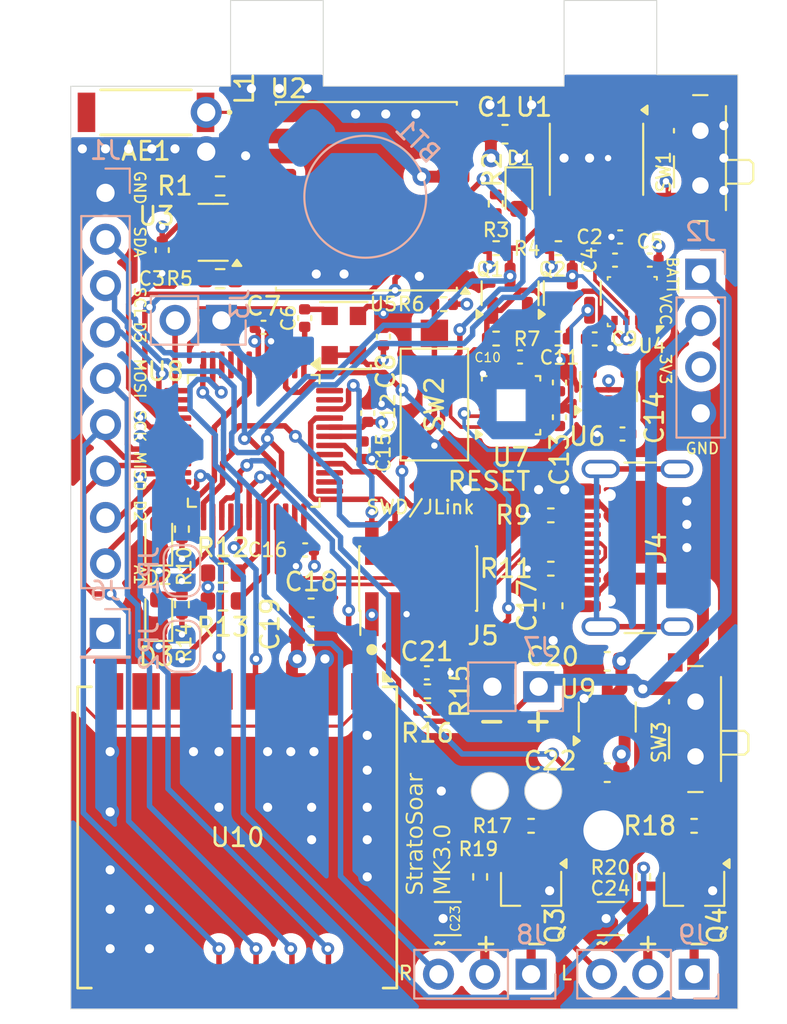
<source format=kicad_pcb>
(kicad_pcb (version 20240108) (generator "pcbnew") (generator_version "8.0")
  (layers (0 "F.Cu" signal) (1 "In1.Cu" power "GND.Cu") (2 "In2.Cu" power "3V3.Cu") (31 "B.Cu" mixed) (34 "B.Paste" user) (35 "F.Paste" user) (36 "B.SilkS" user "B.Silkscreen") (37 "F.SilkS" user "F.Silkscreen") (38 "B.Mask" user) (39 "F.Mask" user) (44 "Edge.Cuts" user))
  (net 0 "")
  (net 1 "GPS")
  (net 2 "V_BAT")
  (net 3 "GND")
  (net 4 "+3.3V")
  (net 5 "Net-(U2-VDDCORE)")
  (net 6 "XIN")
  (net 7 "VCC")
  (net 8 "BATT")
  (net 9 "+1V8")
  (net 10 "Net-(U10-REGOUT)")
  (net 11 "Net-(U11-SIG)")
  (net 12 "USB_IN")
  (net 13 "Net-(D1-A)")
  (net 14 "Net-(D3-A)")
  (net 15 "Net-(D4-A)")
  (net 16 "Net-(J5-Pin_1)")
  (net 17 "LEFT")
  (net 18 "D-")
  (net 19 "Net-(J3-CC1)")
  (net 21 "Net-(J3-CC2)")
  (net 22 "unconnected-(J3-SHIELD-PadS1)")
  (net 24 "D+")
  (net 29 "SWCLK")
  (net 30 "Net-(J6-Pin_1)")
  (net 31 "SWDIO")
  (net 32 "A3")
  (net 33 "RESET")
  (net 34 "BTN")
  (net 35 "A4")
  (net 36 "SDA")
  (net 37 "MOSI")
  (net 38 "SCK")
  (net 39 "CS")
  (net 40 "RIGHT")
  (net 41 "SCL")
  (net 42 "A5")
  (net 43 "MISO")
  (net 44 "Net-(J12-Pin_1)")
  (net 45 "ERR")
  (net 46 "DIO0")
  (net 47 "GPS_EN")
  (net 48 "Net-(Q2-G)")
  (net 49 "SCL_L")
  (net 50 "SDA_L")
  (net 51 "Net-(JP2-A)")
  (net 52 "Net-(JP3-A)")
  (net 53 "INT_L")
  (net 54 "LED")
  (net 55 "PPS")
  (net 56 "R_FET")
  (net 57 "L_FET")
  (net 59 "Net-(Q1-G)")
  (net 60 "+BATT")
  (net 61 "Net-(SW5-B)")
  (net 63 "D2")
  (net 64 "A1")
  (net 68 "AREF")
  (net 69 "A2")
  (net 71 "D3")
  (net 76 "LORA_RST")
  (net 79 "RX")
  (net 81 "GPS_RST")
  (net 82 "TX")
  (net 83 "GPS_SDA")
  (net 84 "GPS_SCL")
  (footprint "Connector_PinHeader_1.27mm:PinHeader_2x05_P1.27mm_Vertical_SMD" (layer "F.Cu") (at 176.911 95.803 90)
    (property "Reference" "J5")
    (property "Value" "J Link")
  )
  (footprint "Button_Switch_SMD:SW_SPDT_PCM12" (layer "F.Cu") (at 192.057 72.771 90)
    (property "Reference" "SW1")
    (property "Value" "EEPROM")
  )
  (footprint "Capacitor_SMD:C_0402_1005Metric" (layer "F.Cu") (at 170.716 94.234 180)
    (property "Reference" "C16")
    (property "Value" "100 nF")
  )
  (footprint "Capacitor_SMD:C_0402_1005Metric" (layer "F.Cu") (at 170.688 81.534 90)
    (property "Reference" "C6")
    (property "Value" "100 pF")
  )
  (footprint "Package_TO_SOT_SMD:SC-59_Handsoldering" (layer "F.Cu") (at 183.104 112.777 -90)
    (property "Reference" "Q3")
    (property "Value" "DMN1019USN-13")
  )
  (footprint "Resistor_SMD:R_0402_1005Metric" (layer "F.Cu") (at 178.31 80.772 180)
    (property "Reference" "R6")
    (property "Value" "220")
  )
  (footprint "Resistor_SMD:R_0402_1005Metric" (layer "F.Cu") (at 184.185 92.34 180)
    (property "Reference" "R9")
    (property "Value" "5.1 K")
  )
  (footprint "Resistor_SMD:R_0402_1005Metric" (layer "F.Cu") (at 181.165 75.2735 -90)
    (property "Reference" "R2")
    (property "Value" "1 K")
  )
  (footprint "Resistor_SMD:R_0402_1005Metric" (layer "F.Cu") (at 177.417 102.997)
    (property "Reference" "R16")
    (property "Value" "1 M")
  )
  (footprint "Capacitor_SMD:C_0402_1005Metric" (layer "F.Cu") (at 188.115 87.884 180)
    (property "Reference" "C14")
    (property "Value" "1 uF")
  )
  (footprint "Resistor_SMD:R_0402_1005Metric" (layer "F.Cu") (at 180.31 112.143 90)
    (property "Reference" "R19")
    (property "Value" "10")
  )
  (footprint "Capacitor_SMD:C_1206_3216Metric" (layer "F.Cu") (at 178.532 114.427 180)
    (property "Reference" "C23")
    (property "Value" "47 uF")
  )
  (footprint "Package_TO_SOT_SMD:SOT-23" (layer "F.Cu") (at 181.9504 80.1723 90)
    (property "Reference" "Q1")
    (property "Value" "BSS138")
  )
  (footprint "Package_TO_SOT_SMD:SC-59_Handsoldering" (layer "F.Cu") (at 192.043 112.777 -90)
    (property "Reference" "Q4")
    (property "Value" "DMN1019USN-13")
  )
  (footprint "Oscillator:Oscillator_SMD_EuroQuartz_XO32-4Pin_3.2x2.5mm" (layer "F.Cu") (at 172.834 82.491 180)
    (property "Reference" "U5")
    (property "Value" "DSK321STD")
  )
  (footprint "1575AT43A0040E:ANT_1575AT_JOT-L" (layer "F.Cu") (at 161.9869 70.264 180)
    (property "Reference" "AE1")
    (property "Value" "1575AT43A0040001E")
  )
  (footprint "Capacitor_SMD:C_0402_1005Metric" (layer "F.Cu") (at 162.877 77.8115 -90)
    (property "Reference" "C3")
    (property "Value" "100 nF")
  )
  (footprint "Capacitor_SMD:C_0402_1005Metric" (layer "F.Cu") (at 168.43 82.042)
    (property "Reference" "C7")
    (property "Value" "100 nF")
  )
  (footprint "Capacitor_SMD:C_0402_1005Metric" (layer "F.Cu") (at 173.891 88.773 -90)
    (property "Reference" "C15")
    (property "Value" "1 uF")
  )
  (footprint "Button_Switch_SMD:SW_SPDT_PCM12" (layer "F.Cu") (at 191.788 104.046 90)
    (property "Reference" "SW3")
    (property "Value" "PWR_SW")
  )
  (footprint "Resistor_SMD:R_0402_1005Metric" (layer "F.Cu") (at 163.957 93.093 -90)
    (property "Reference" "R10")
    (property "Value" "1 K")
  )
  (footprint "Capacitor_SMD:C_1206_3216Metric" (layer "F.Cu") (at 187.471 114.427 180)
    (property "Reference" "C24")
    (property "Value" "47 uF")
  )
  (footprint "Capacitor_SMD:C_0603_1608Metric" (layer "F.Cu") (at 187.279 106.435 180)
    (property "Reference" "C22")
    (property "Value" "1 uF")
  )
  (footprint "Resistor_SMD:R_0402_1005Metric" (layer "F.Cu") (at 181.1884 77.7038)
    (property "Reference" "R3")
    (property "Value" "10 K")
  )
  (footprint "Package_TO_SOT_SMD:SOT-23-5" (layer "F.Cu") (at 187.353 85.289 90)
    (property "Reference" "U6")
    (property "Value" "CJ6206B18M")
  )
  (footprint "RF_Module:Ai-Thinker-Ra-01-LoRa" (layer "F.Cu") (at 166.99 109.983 -90)
    (property "Reference" "U10")
    (property "Value" "Ra-01")
  )
  (footprint "Resistor_SMD:R_0402_1005Metric" (layer "F.Cu") (at 177.417 101.981)
    (property "Reference" "R15")
    (property "Value" "1 M")
  )
  (footprint "Resistor_SMD:R_0603_1608Metric" (layer "F.Cu") (at 166.052 79.375 180)
    (property "Reference" "R5")
    (property "Value" "1.8 K")
  )
  (footprint "Capacitor_SMD:C_0402_1005Metric" (layer "F.Cu") (at 189.611 78.359 180)
    (property "Reference" "C5")
    (property "Value" "1 uF")
  )
  (footprint "Capacitor_SMD:C_0402_1005Metric" (layer "F.Cu") (at 177.389 100.965)
    (property "Reference" "C21")
    (property "Value" "1 nF")
  )
  (footprint "Resistor_SMD:R_0402_1005Metric" (layer "F.Cu") (at 192.043 109.347)
    (property "Reference" "R18")
    (property "Value" "10 K")
  )
  (footprint "Capacitor_SMD:C_0603_1608Metric" (layer "F.Cu") (at 181.673 71.4615 180)
    (property "Reference" "C1")
    (property "Value" "100 nF")
  )
  (footprint "Resistor_SMD:R_0603_1608Metric" (layer "F.Cu") (at 166.207 95.504 180)
    (property "Reference" "R12")
    (property "Value" "1.8 K")
  )
  (footprint "Capacitor_SMD:C_0603_1608Metric" (layer "F.Cu") (at 187.279 100.339)
    (property "Reference" "C20")
    (property "Value" "1 uF")
  )
  (footprint "Package_TO_SOT_SMD:SOT-23-5" (layer "F.Cu") (at 165.671 76.835 180)
    (property "Reference" "U3")
    (property "Value" "AT24CS32-STUM")
  )
  (footprint "LED_SMD:LED_0603_1608Metric" (layer "F.Cu") (at 162.687 97.733 90)
    (property "Reference" "D3")
    (property "Value" "ERR_RED")
  )
  (footprint "Capacitor_SMD:C_0402_1005Metric" (layer "F.Cu") (at 182.499 83.665 180)
    (property "Reference" "C10")
    (property "Value" "100 nF")
  )
  (footprint "Capacitor_SMD:C_0603_1608Metric" (layer "F.Cu") (at 184.312 97.293 -90)
    (property "Reference" "C17")
    (property "Value" "100 nF")
  )
  (footprint "Inductor_SMD:L_0402_1005Metric" (layer "F.Cu") (at 167.132 70.762 -90)
    (property "Reference" "L1")
    (property "Value" "33 nH")
  )
  (footprint "Package_SO:SOIC-8_3.9x4.9mm_P1.27mm" (layer "F.Cu") (at 186.69 72.836 -90)
    (property "Reference" "U1")
    (property "Value" "AT24C512C-SSHD-T")
  )
  (footprint "Connector_USB:USB_C_Receptacle_GCT_USB4105-xx-A_16P_TopMnt_Horizontal" (layer "F.Cu") (at 190.027 94.118 90)
    (property "Reference" "J4")
    (property "Value" "USB-C")
  )
  (footprint "Capacitor_SMD:C_0603_1608Metric" (layer "F.Cu") (at 171.039 98.933)
    (property "Reference" "C19")
    (property "Value" "10 uF")
  )
  (footprint "Resistor_SMD:R_0603_1608Metric" (layer "F.Cu") (at 166.052 74.295 180)
    (property "Reference" "R1")
    (property "Value" "1.8 K")
  )
  (footprint "Resistor_SMD:R_0603_1608Metric" (layer "F.Cu") (at 166.207 97.028 180)
    (property "Reference" "R13")
    (property "Value" "1.8 K")
  )
  (footprint "Capacitor_SMD:C_0402_1005Metric" (layer "F.Cu") (at 174.145 86.741 -90)
    (property "Reference" "C12")
    (property "Value" "100 nF")
  )
  (footprint "Package_QFP:TQFP-48_7x7mm_P0.5mm" (layer "F.Cu") (at 167.8935 88.261 -90)
    (property "Reference" "U8")
    (property "Value" "ATSAMD21G18A-A")
  )
  (footprint "Capacitor_SMD:C_0402_1005Metric" (layer "F.Cu") (at 175.006 82.55 90)
    (property "Reference" "C8")
    (property "Value" "100 nF")
  )
  (footprint "Capacitor_SMD:C_0603_1608Metric" (layer "F.Cu") (at 171.039 97.409)
    (property "Reference" "C18")
    (property "Value" "100 nF")
  )
  (footprint "RF_GPS:ATGM336H" (layer "F.Cu") (at 174.07 74.8585 180)
    (property "Reference" "U2")
    (property "Value" "ATGM336H")
  )
  (footprint "MountingHole:MountingHole_2.2mm_M2" (layer "F.Cu") (at 169.164 66.675)
    (property "Reference" "H1" (hide yes))
    (property "Value" "MountingHole")
  )
  (footprint "Resistor_SMD:R_0402_1005Metric" (layer "F.Cu") (at 183.104 109.347)
    (property "Reference" "R17")
    (property "Value" "10 K")
  )
  (footprint "MountingHole:MountingHole_2.2mm_M2" (layer "F.Cu") (at 187.071 109.601)
    (property "Reference" "H4" (hide yes))
    (property "Value" "MountingHole")
  )
  (footprint "LED_SMD:LED_0603_1608Metric" (layer "F.Cu") (at 182.435 74.7635 -90)
    (property "Reference" "D1")
    (property "Value" "YELLOW")
  )
  (footprint "Package_LGA:Bosch_LGA-8_2.5x2.5mm_P0.65mm_ClockwisePinNumbering" (layer "F.Cu") (at 188.651 80.636 180)
    (property "Reference" "U4")
    (property "Value" "BME280")
  )
  (footprint "Capacitor_SMD:C_0402_1005Metric" (layer "F.Cu") (at 187.988 77.089)
    (property "Reference" "C2")
    (property "Value" "100 nF")
  )
  (footprint "MountingHole:MountingHole_2.2mm_M2" (layer "F.Cu") (at 187.452 66.675)
    (property "Reference" "H2" (hide yes))
    (property "Value" "MountingHole")
  )
  (footprint "Resistor_SMD:R_0402_1005Metric" (layer "F.Cu") (at 189.249 112.141 90)
    (property "Reference" "R20")
    (property "Value" "10")
  )
  (footprint "Resistor_SMD:R_0402_1005Metric" (layer "F.Cu") (at 184.5976 82.6562)
    (property "Reference" "R8" (hide yes))
    (property "Value" "10 K")
  )
  (footprint "Resistor_SMD:R_0402_1005Metric" (layer "F.Cu") (at 184.5996 77.7032)
    (property "Reference" "R4")
    (property "Value" "10 K")
  )
  (footprint "Button_Switch_SMD:SW_SPST_CK_RS282G05A3" (layer "F.Cu") (at 177.8 86.27 90)
    (property "Reference" "SW2")
    (property "Value" "RESET")
  )
  (footprint "Capacitor_SMD:C_0402_1005Metric" (layer "F.Cu") (at 184.658 86.967 90)
    (property "Reference" "C13")
    (property "Value" "100 nF")
  )
  (footprint "Capacitor_SMD:C_0402_1005Metric" (layer "F.Cu") (at 184.658 85.062 90)
    (property "Reference" "C11")
    (property "Value" "100 nF")
  )
  (footprint "LED_SMD:LED_0603_1608Metric" (layer "F.Cu") (at 162.687 93.601 90)
    (property "Reference" "D2")
    (property "Value" "YELLOW")
  )
  (footprint "Package_TO_SOT_SMD:SOT-23" (layer "F.Cu") (at 185.3616 80.1647 90)
    (property "Reference" "Q2")
    (property "Value" "BSS138")
  )
  (footprint "Capacitor_SMD:C_0402_1005Metric" (layer "F.Cu") (at 186.591 82.677)
    (property "Reference" "C9")
    (property "Value" "1 uF")
  )
  (footprint "Resistor_SMD:R_0402_1005Metric" (layer "F.Cu") (at 181.1864 82.6568)
    (property "Reference" "R7")
    (property "Value" "10 K")
  )
  (footprint "Resistor_SMD:R_0402_1005Metric" (layer "F.Cu") (at 163.957 97.225 -90)
    (property "Reference" "R14")
    (property "Value" "1 K")
  )
  (footprint "Resistor_SMD:R_0402_1005Metric" (layer "F.Cu") (at 184.185 95.261 180)
    (property "Reference" "R11")
    (property "Value" "5.1 K")
  )
  (footprint "Capacitor_SMD:C_0402_1005Metric" (layer "F.Cu") (at 187.706 78.359)
    (property "Reference" "C4")
    (property "Value" "100 nF")
  )
  (footprint "Sensor_Motion:InvenSense_QFN-24_3x3mm_P0.4mm" (layer "F.Cu") (at 182.007 86.308 90)
    (property "Reference" "U7")
    (property "Value" "ICM-20948")
  )
  (footprint "Package_TO_SOT_SMD:SOT-23-3" (layer "F.Cu") (at 187.279 103.387 90)
    (property "Reference" "U9")
    (property "Value" " XC6206P332MR-G")
  )
  (footprint "Connector_PinHeader_2.54mm:PinHeader_1x01_P2.54mm_Vertical" (layer "B.Cu") (at 159.751 98.807 180)
    (property "Reference" "J6")
    (property "Value" "Antenna")
  )
  (footprint "Connector_PinHeader_2.54mm:PinHeader_1x04_P2.54mm_Vertical" (layer "B.Cu") (at 192.405 79.131 180)
    (property "Reference" "J2")
    (property "Value" "Power")
  )
  (footprint "Connector_PinHeader_2.54mm:PinHeader_1x03_P2.54mm_Vertical" (layer "B.Cu") (at 183.104 117.475 90)
    (property "Reference" "J8")
    (property "Value" "Rudder")
  )
  (footprint "Connector_PinHeader_2.54mm:PinHeader_1x02_P2.54mm_Vertical" (layer "B.Cu") (at 166.121 81.661 90)
    (property "Reference" "J3")
    (property "Value" "Button")
  )
  (footprint "Jumper:SolderJumper-2_P1.3mm_Open_RoundedPad1.0x1.5mm" (layer "B.Cu") (at 163.957 99.511 -90)
    (property "Reference" "JP2")
    (property "Value" "ERR_LED_EN")
  )
  (footprint "Connector_PinHeader_2.54mm:PinHeader_1x02_P2.54mm_Vertical" (layer "B.Cu") (at 183.52 101.727 90)
    (property "Reference" "J7")
    (property "Value" "Battery")
  )
  (footprint "Connector_PinHeader_2.54mm:PinHeader_1x03_P2.54mm_Vertical" (layer "B.Cu") (at 192.043 117.475 90)
    (property "Reference" "J9")
    (property "Value" "Rudder")
  )
  (footprint "Connector_PinHeader_2.54mm:PinHeader_1x09_P2.54mm_Vertical" (layer "B.Cu") (at 159.766 74.676 180)
    (property "Reference" "J1")
    (property "Value" "Signal")
  )
  (footprint "Battery:MS621R" (layer "B.Cu") (at 177.242849 78.119849 135)
    (property "Reference" "BT1")
    (property "Value" "MS621R")
  )
  (footprint "Jumper:SolderJumper-2_P1.3mm_Open_RoundedPad1.0x1.5mm" (layer "B.Cu") (at 163.957 95.379 -90)
    (property "Reference" "JP1")
    (property "Value" "LED_EN")
  )
  (gr_circle (center 174.371 99.695) (end 174.625 99.695) (stroke (width 0.1)) (fill solid) (layer "F.SilkS"))
  (gr_line (start 194.437 68.199) (end 189.992 68.199) (stroke (width 0.05)) (layer "Edge.Cuts"))
  (gr_line (start 189.992 64.135) (end 184.912 64.135) (stroke (width 0.05)) (layer "Edge.Cuts"))
  (gr_line (start 157.861 119.38) (end 194.437 119.38) (stroke (width 0.05)) (layer "Edge.Cuts"))
  (gr_line (start 194.437 119.38) (end 194.437 68.199) (stroke (width 0.05)) (layer "Edge.Cuts"))
  (gr_line (start 166.624 64.135) (end 166.624 68.834) (stroke (width 0.05)) (layer "Edge.Cuts"))
  (gr_line (start 189.992 68.199) (end 189.992 64.135) (stroke (width 0.05)) (layer "Edge.Cuts"))
  (gr_line (start 157.861 68.834) (end 157.861 119.38) (stroke (width 0.05)) (layer "Edge.Cuts"))
  (gr_line (start 171.704 64.135) (end 166.624 64.135) (stroke (width 0.05)) (layer "Edge.Cuts"))
  (gr_circle (center 183.769 107.442) (end 183.769 106.426) (stroke (width 0.05)) (fill none) (layer "Edge.Cuts"))
  (gr_line (start 166.624 68.834) (end 157.861 68.834) (stroke (width 0.05)) (layer "Edge.Cuts"))
  (gr_line (start 184.912 68.834) (end 171.704 68.834) (stroke (width 0.05)) (layer "Edge.Cuts"))
  (gr_circle (center 180.848 107.442) (end 180.721 106.426) (stroke (width 0.05)) (fill none) (layer "Edge.Cuts"))
  (gr_line (start 184.912 64.135) (end 184.912 68.834) (stroke (width 0.05)) (layer "Edge.Cuts"))
  (gr_line (start 171.704 68.834) (end 171.704 64.135) (stroke (width 0.05)) (layer "Edge.Cuts"))
  (gr_text "+ -" (at 184.404 102.997 180) (layer "F.SilkS") (effects (font (size 1.27 1.27) (thickness 0.2) (bold yes)) (justify left bottom)))
  (gr_text "SCK" (at 161.29 86.487 270) (layer "F.SilkS") (effects (font (size 0.6 0.6) (thickness 0.1) (bold yes)) (justify left bottom)))
  (gr_text "MISO" (at 161.29 88.773 270) (layer "F.SilkS") (effects (font (size 0.6 0.6) (thickness 0.1) (bold yes)) (justify left bottom)))
  (gr_text "L" (at 184.658 117.856 0) (layer "F.SilkS") (effects (font (size 0.75 0.75) (thickness 0.12)) (justify left bottom)))
  (gr_text "3V3" (at 190.119 83.439 270) (layer "F.SilkS") (effects (font (size 0.6 0.6) (thickness 0.1) (bold yes)) (justify left bottom)))
  (gr_text "GND" (at 161.29 73.406 270) (layer "F.SilkS") (effects (font (size 0.6 0.6) (thickness 0.1) (bold yes)) (justify left bottom)))
  (gr_text "GND" (at 191.516 89.027 0) (layer "F.SilkS") (effects (font (size 0.6 0.6) (thickness 0.1) (bold yes)) (justify left bottom)))
  (gr_text "~  +  -" (at 186.563 116.332 0) (layer "F.SilkS") (effects (font (size 1 1)) (justify left bottom)))
  (gr_text "BATT\n" (at 190.5 78.105 270) (layer "F.SilkS") (effects (font (size 0.6 0.6) (thickness 0.1) (bold yes)) (justify left bottom)))
  (gr_text "A1" (at 161.29 94.996 270) (layer "F.SilkS") (effects (font (size 0.6 0.6) (thickness 0.1) (bold yes)) (justify left bottom)))
  (gr_text "SWD/JLink" (at 173.99 92.329 0) (layer "F.SilkS") (effects (font (size 0.75 0.75) (thickness 0.12)) (justify left bottom)))
  (gr_text "VCC" (at 190.119 80.137 270) (layer "F.SilkS") (effects (font (size 0.6 0.6) (thickness 0.1) (bold yes)) (justify left bottom)))
  (gr_text "RESET" (at 178.435 91.059 0) (layer "F.SilkS") (effects (font (size 1 1)) (justify left bottom)))
  (gr_text "D2" (at 161.29 91.44 270) (layer "F.SilkS") (effects (font (size 0.6 0.6) (thickness 0.1) (bold yes)) (justify left bottom)))
  (gr_text "SDA" (at 161.29 76.454 270) (layer "F.SilkS") (effects (font (size 0.6 0.6) (thickness 0.1) (bold yes)) (justify left bottom)))
  (gr_text "~  +  -" (at 177.673 116.332 0) (layer "F.SilkS") (effects (font (size 1 1)) (justify left bottom)))
  (gr_text "MOSI" (at 161.29 83.693 270) (layer "F.SilkS") (effects (font (size 0.6 0.6) (thickness 0.1) (bold yes)) (justify left bottom)))
  (gr_text "StratoSoar\nMK3.0" (at 178.816 113.157 90) (layer "F.SilkS") (effects (font (size 0.9 0.9)) (justify left bottom)))
  (gr_text "D3" (at 161.29 81.661 270) (layer "F.SilkS") (effects (font (size 0.6 0.6) (thickness 0.1) (bold yes)) (justify left bottom)))
  (gr_text "SCL\n" (at 161.29 79.756 270) (layer "F.SilkS") (effects (font (size 0.6 0.6) (thickness 0.1) (bold yes)) (justify left bottom)))
  (gr_text "R" (at 175.768 117.856 0) (layer "F.SilkS") (effects (font (size 0.75 0.75) (thickness 0.12)) (justify left bottom)))
  (segment (start 169.32 71.5585) (end 168.4135 71.5585) (width 0.16841) (layer "F.Cu") (net 1))
  (segment (start 166.911 70.264) (end 165.2889 70.264) (width 0.16841) (layer "F.Cu") (net 1))
  (segment (start 167.132 70.277) (end 166.924 70.277) (width 0.16841) (layer "F.Cu") (net 1))
  (segment (start 166.924 70.277) (end 166.911 70.264) (width 0.16841) (layer "F.Cu") (net 1))
  (segment (start 168.4135 71.5585) (end 167.132 70.277) (width 0.16841) (layer "F.Cu") (net 1))
  (segment (start 178.7915 73.787) (end 178.82 73.7585) (width 0.65) (layer "F.Cu") (net 2))
  (segment (start 177.101 73.787) (end 178.7915 73.787) (width 0.65) (layer "F.Cu") (net 2))
  (via (at 177.101 73.787) (size 1) (drill 0.5) (layers "F.Cu" "B.Cu") (net 2))
  (segment (start 170.791914 71.668914) (end 174.982914 71.668914) (width 0.65) (layer "B.Cu") (net 2))
  (segment (start 174.982914 71.668914) (end 177.101 73.787) (width 0.65) (layer "B.Cu") (net 2))
  (segment (start 185.353 90.918) (end 185.328 90.943) (width 0.65) (layer "F.Cu") (net 3))
  (segment (start 181.13 83.665) (end 180.467 84.328) (width 0.3) (layer "F.Cu") (net 3))
  (segment (start 189.131 78.359) (end 189.131 78.26) (width 0.3) (layer "F.Cu") (net 3))
  (segment (start 169.32 72.6585) (end 167.4635 72.6585) (width 0.65) (layer "F.Cu") (net 3))
  (segment (start 178.82 79.2585) (end 176.9845 79.2585) (width 0.65) (layer "F.Cu") (net 3))
  (segment (start 177.869 100.965) (end 178.687 100.965) (width 0.4) (layer "F.Cu") (net 3))
  (segment (start 166.8085 76.835) (end 165.4835 76.835) (width 0.3) (layer "F.Cu") (net 3))
  (segment (start 187.452 83.185) (end 187.071 82.804) (width 0.3) (layer "F.Cu") (net 3))
  (segment (start 170.751 70.866) (end 170.3435 70.4585) (width 0.65) (layer "F.Cu") (net 3))
  (segment (start 186.504 100.339) (end 186.009 100.834) (width 0.65) (layer "F.Cu") (net 3))
  (segment (start 182.019 83.665) (end 181.13 83.665) (width 0.3) (layer "F.Cu") (net 3))
  (segment (start 182.435 72.771) (end 182.448 72.758) (width 0.65) (layer "F.Cu") (net 3))
  (segment (start 172.056 88.511) (end 172.867 88.511) (width 0.3) (layer "F.Cu") (net 3))
  (segment (start 177.8 90.17) (end 177.8 88.519) (width 0.3) (layer "F.Cu") (net 3))
  (segment (start 184.658 83.82) (end 184.658 84.582) (width 0.3) (layer "F.Cu") (net 3))
  (segment (start 170.751 72.1275) (end 170.751 70.866) (width 0.65) (layer "F.Cu") (net 3))
  (segment (start 192.993 109.787) (end 192.993 111.127) (width 0.5) (layer "F.Cu") (net 3))
  (segment (start 181.032 85.13235) (end 181.007 85.10735) (width 0.2) (layer "F.Cu") (net 3))
  (segment (start 167.4635 72.6585) (end 167.449 72.644) (width 0.65) (layer "F.Cu") (net 3))
  (segment (start 189.131 79.456) (end 188.976 79.611) (width 0.3) (layer "F.Cu") (net 3))
  (segment (start 171.99 100.392) (end 171.801 100.203) (width 0.65) (layer "F.Cu") (net 3))
  (segment (start 187.325 76.906) (end 187.325 75.311) (width 0.3) (layer "F.Cu") (net 3))
  (segment (start 185.268 85.877) (end 184.658 86.487) (width 0.3) (layer "F.Cu") (net 3))
  (segment (start 170.751 72.1275) (end 170.751 71.501) (width 0.65) (layer "F.Cu") (net 3))
  (segment (start 171.99 101.983) (end 171.99 100.392) (width 0.65) (layer "F.Cu") (net 3))
  (segment (start 185.062 97.318) (end 186.347 97.318) (width 0.65) (layer "F.Cu") (net 3))
  (segment (start 177.057 114.427) (end 178.278 114.427) (width 0.5) (layer "F.Cu") (net 3))
  (segment (start 180.80765 85.708) (end 181.032 85.48365) (width 0.2) (layer "F.Cu") (net 3))
  (segment (start 184.312 98.068) (end 184.312 99.198) (width 0.65) (layer "F.Cu") (net 3))
  (segment (start 187.226 79.161) (end 187.676 79.611) (width 0.3) (layer "F.Cu") (net 3))
  (segment (start 162.687 94.3885) (end 162.687 95.379) (width 0.3) (layer "F.Cu") (net 3))
  (segment (start 175.641 97.753) (end 176.276 97.753) (width 0.3) (layer "F.Cu") (net 3))
  (segment (start 168.8435 82.804) (end 168.7705 82.804) (width 0.3) (layer "F.Cu") (net 3))
  (segment (start 192.993 111.127) (end 192.993 112.837) (width 0.5) (layer "F.Cu") (net 3))
  (segment (start 176.276 97.753) (end 176.911 97.753) (width 0.3) (layer "F.Cu") (net 3))
  (segment (start 172.867 88.511) (end 173.609 89.253) (width 0.3) (layer "F.Cu") (net 3))
  (segment (start 184.054 112.837) (end 184.12 112.903) (width 0.5) (layer "F.Cu") (net 3))
  (segment (start 181.007 84.808) (end 180.693 84.808) (width 0.3) (layer "F.Cu") (net 3))
  (segment (start 170.236 95.095) (end 170.236 94.234) (width 0.3) (layer "F.Cu") (net 3))
  (segment (start 187.071 82.804) (end 187.071 82.677) (width 0.3) (layer "F.Cu") (net 3))
  (segment (start 184.054 109.787) (end 184.054 111.127) (width 0.5) (layer "F.Cu") (net 3))
  (segment (start 174.879 86.261) (end 174.907 86.233) (width 0.3) (layer "F.Cu") (net 3))
  (segment (start 183.675 95.261) (end 182.915 95.261) (width 0.3) (layer "F.Cu") (net 3))
  (segment (start 187.635 87.884) (end 187.635 86.7085) (width 0.3) (layer "F.Cu") (net 3))
  (segment (start 168.6435 82.3085) (end 168.91 82.042) (width 0.3) (layer "F.Cu") (net 3))
  (segment (start 186.347 90.918) (end 185.353 90.918) (width 0.65) (layer "F.Cu") (net 3))
  (segment (start 168.6435 82.677) (end 168.6435 82.3085) (width 0.3) (layer "F.Cu") (net 3))
  (segment (start 175.006 82.07) (end 175.006 81.28) (width 0.3) (layer "F.Cu") (net 3))
  (segment (start 173.609 89.253) (end 173.891 89.253) (width 0.3) (layer "F.Cu") (net 3))
  (segment (start 189.626 80.531604) (end 189.626 81.661) (width 0.3) (layer "F.Cu") (net 3))
  (segment (start 177.927 101.023) (end 177.869 100.965) (width 0.4) (layer "F.Cu") (net 3))
  (segment (start 164.027 78.2915) (end 164.5335 77.785) (width 0.3) (layer "F.Cu") (net 3))
  (segment (start 170.22 72.6585) (end 170.751 72.1275) (width 0.65) (layer "F.Cu") (net 3))
  (segment (start 181.032 85.48365) (end 181.032 85.13235) (width 0.2) (layer "F.Cu") (net 3))
  (segment (start 167.132 71.247) (end 166.8459 71.247) (width 0.3) (layer "F.Cu") (net 3))
  (segment (start 173.99 117.494) (end 177.057 114.427) (width 0.65) (layer "F.Cu") (net 3))
  (segment (start 189.131 78.26) (end 188.62 77.749) (width 0.3) (layer "F.Cu") (net 3))
  (segment (start 174.625 80.899) (end 175.006 81.28) (width 0.3) (layer "F.Cu") (net 3))
  (segment (start 184.312 98.068) (end 185.062 97.318) (width 0.65) (layer "F.Cu") (net 3))
  (segment (start 188.62 77.749) (end 187.836 77.749) (width 0.3) (layer "F.Cu") (net 3))
  (segment (start 183.614 109.347) (end 184.054 109.787) (width 0.5) (layer "F.Cu") (net 3))
  (segment (start 188.976 79.611) (end 188.976 79.881604) (width 0.3) (layer "F.Cu") (net 3))
  (segment (start 162.877 78.2915) (end 162.877 79.0815) (width 0.3) (layer "F.Cu") (net 3))
  (segment (start 166.8459 71.247) (end 165.6699 72.423) (width 0.3) (layer "F.Cu") (net 3))
  (segment (start 186.504 114.427) (end 187.217 114.427) (width 0.5) (layer "F.Cu") (net 3))
  (segment (start 186.009 104.2045) (end 186.329 104.5245) (width 0.65) (layer "F.Cu") (net 3))
  (segment (start 182.448 73.963) (end 182.435 73.976) (width 0.3) (layer "F.Cu") (net 3))
  (segment (start 184.054 111.127) (end 184.054 112.837) (width 0.5) (layer "F.Cu") (net 3))
  (segment (start 187.226 77.371) (end 187.508 77.089) (width 0.3) (layer "F.Cu") (net 3))
  (segment (start 171.814 100.19) (end 171.801 100.203) (width 0.65) (layer "F.Cu") (net 3))
  (segment (start 187.508 77.089) (end 187.325 76.906) (width 0.3) (layer "F.Cu") (net 3))
  (segment (start 161.666 88.011) (end 163.731 88.011) (width 0.3) (layer "F.Cu") (net 3))
  (segment (start 177.927 101.981) (end 177.927 101.023) (width 0.4) (layer "F.Cu") (net 3))
  (segment (start 169.32 72.6585) (end 170.22 72.6585) (width 0.65) (layer "F.Cu") (net 3))
  (segment (start 162.877 78.2915) (end 164.027 78.2915) (width 0.3) (layer "F.Cu") (net 3))
  (segment (start 174.145 86.261) (end 174.879 86.261) (width 0.3) (layer "F.Cu") (net 3))
  (segment (start 170.1435 94.1415) (end 170.1435 92.4235) (width 0.3) (layer "F.Cu") (net 3))
  (segment (start 171.814 97.409) (end 171.814 100.19) (width 0.65) (layer "F.Cu") (net 3))
  (segment (start 186.504 106.435) (end 186.504 104.6995) (width 0.65) (layer "F.Cu") (net 3))
  (segment (start 173.609 81.416) (end 174.126 80.899) (width 0.3) (layer "F.Cu") (net 3))
  (segment (start 189.131 78.359) (end 189.131 79.456) (width 0.3) (layer "F.Cu") (net 3))
  (segment (start 176.9845 79.2585) (end 176.974 79.248) (width 0.65) (layer "F.Cu") (net 3))
  (segment (start 186.009 100.834) (end 186.009 104.2045) (width 0.65) (layer "F.Cu") (net 3))
  (segment (start 192.553 109.347) (end 192.993 109.787) (width 0.5) (layer "F.Cu") (net 3))
  (segment (start 162.687 98.5205) (end 162.687 99.511) (width 0.3) (layer "F.Cu") (net 3))
  (segment (start 159.99 116.108) (end 160.02 116.078) (width 0.65) (layer "F.Cu") (net 3))
  (segment (start 187.325 70.361) (end 187.325 72.771) (width 0.3) (layer "F.Cu") (net 3))
  (segment (start 170.208 95.123) (end 170.236 95.095) (width 0.3) (layer "F.Cu") (net 3))
  (segment (start 186.504 104.6995) (end 186.329 104.5245) (width 0.65) (layer "F.Cu") (net 3))
  (segment (start 173.99 117.983) (end 173.99 117.494) (width 0.65) (layer "F.Cu") (net 3))
  (segment (start 188.976 79.881604) (end 189.626 80.531604) (width 0.3) (layer "F.Cu") (net 3))
  (segment (start 182.448 72.758) (end 182.448 71.4615) (width 0.65) (layer "F.Cu") (net 3))
  (segment (start 187.635 87.884) (end 186.718 87.884) (width 0.3) (layer "F.Cu") (net 3))
  (segment (start 184.658 84.582) (end 185.268 85.192) (width 0.3) (layer "F.Cu") (net 3))
  (segment (start 168.6435 84.0985) (end 168.6435 82.677) (width 0.3) (layer "F.Cu") (net 3))
  (segment (start 170.3435 70.4585) (end 169.32 70.4585) (width 0.65) (layer "F.Cu") (net 3))
  (segment (start 185.268 85.192) (end 185.268 85.877) (width 0.3) (layer "F.Cu") (net 3))
  (segment (start 184.785 70.361) (end 188.595 70.361) (width 0.3) (layer "F.Cu") (net 3))
  (segment (start 187.226 78.359) (end 187.226 79.161) (width 0.3) (layer "F.Cu") (net 3))
  (segment (start 170.236 94.234) (end 170.1435 94.1415) (width 0.3) (layer "F.Cu") (net 3))
  (segment (start 187.325 75.311) (end 187.325 72.771) (width 0.3) (layer "F.Cu") (net 3))
  (segment (start 159.99 117.983) (end 159.99 116.108) (width 0.65) (layer "F.Cu") (net 3))
  (segment (start 187.226 78.359) (end 187.226 77.371) (width 0.3) (layer "F.Cu") (net 3))
  (segment (start 168.7705 82.804) (end 168.6435 82.677) (width 0.3) (layer "F.Cu") (net 3))
  (segment (start 174.126 80.899) (end 174.625 80.899) (width 0.3) (layer "F.Cu") (net 3))
  (segment (start 182.435 73.976) (end 182.435 72.771) (width 0.3) (layer "F.Cu") (net 3))
  (segment (start 187.836 77.749) (end 187.226 78.359) (width 0.3) (layer "F.Cu") (net 3))
  (segment (start 180.693 84.808) (end 180.467 84.582) (width 0.3) (layer "F.Cu") (net 3))
  (segment (start 187.635 86.7085) (end 187.353 86.4265) (width 0.3) (layer "F.Cu") (net 3))
  (segment (start 165.4835 76.835) (end 164.5335 77.785) (width 0.3) (layer "F.Cu") (net 3))
  (segment (start 192.993 112.837) (end 193.059 112.903) (width 0.5) (layer "F.Cu") (net 3))
  (segment (start 180.507 85.708) (end 180.80765 85.708) (width 0.2) (layer "F.Cu") (net 3))
  (segment (start 180.467 84.328) (end 180.467 84.582) (width 0.3) (layer "F.Cu") (net 3))
  (segment (start 183.675 92.34) (end 182.915 92.34) (width 0.3) (layer "F.Cu") (net 3))
  (segment (start 174.371 89.253) (end 173.891 89.253) (width 0.3) (layer "F.Cu") (net 3))
  (segment (start 181.007 85.10735) (end 181.007 84.808) (width 0.2) (layer "F.Cu") (net 3))
  (segment (start 185.328 90.943) (end 184.947 90.943) (width 0.65) (layer "F.Cu") (net 3))
  (via (at 175.006 81.28) (size 0.6) (drill 0.3) (layers "F.Cu" "B.Cu") (net 3))
  (via (at 193.675 70.993) (size 1) (drill 0.5) (layers "F.Cu" "B.Cu") (net 3))
  (via (at 174.117 108.331) (size 1) (drill 0.5) (layers "F.Cu" "B.Cu") (net 3))
  (via (at 174.117 110.109) (size 1) (drill 0.5) (layers "F.Cu" "B.Cu") (net 3))
  (via (at 184.12 112.903) (size 1) (drill 0.5) (layers "F.Cu" "B.Cu") (net 3))
  (via (at 168.8435 82.804) (size 0.7) (drill 0.35) (layers "F.Cu" "B.Cu") (net 3))
  (via (at 174.117 106.299) (size 1) (drill 0.5) (layers "F.Cu" "B.Cu") (net 3))
  (via (at 160.02 113.919) (size 1) (drill 0.5) (layers "F.Cu" "B.Cu") (net 3))
  (via (at 182.435 72.771) (size 1) (drill 0.5) (layers "F.Cu" "B.Cu") (net 3))
  (via (at 168.656 108.331) (size 1) (drill 0.5) (layers "F.Cu" "B.Cu") (net 3))
  (via (at 159.766 72.263) (size 1) (drill 0.5) (layers "F.Cu" "B.Cu") (net 3))
  (via (at 173.482 70.358) (size 1) (drill 0.5) (layers "F.Cu" "B.Cu") (net 3))
  (via (at 187.325 72.771) (size 0.7) (drill 0.35) (layers "F.Cu" "B.Cu") (net 3))
  (via (at 164.592 105.283) (size 1) (drill 0.5) (layers "F.Cu" "B.Cu") (net 3))
  (via (at 183.515 90.932) (size 1) (drill 0.5) (layers "F.Cu" "B.Cu") (net 3))
  (via (at 180.848 69.85) (size 1) (drill 0.5) (layers "F.Cu" "B.Cu") (net 3))
  (via (at 186.309 72.771) (size 1) (drill 0.5) (layers "F.Cu" "B.Cu") (net 3))
  (via (at 165.989 108.331) (size 1) (drill 0.5) (layers "F.Cu" "B.Cu") (net 3))
  (via (at 182.915 95.261) (size 0.7) (drill 0.35) (layers "F.Cu" "B.Cu") (net 3))
  (via (at 162.687 99.511) (size 0.7) (drill 0.35) (layers "F.Cu" "B.Cu") (net 3))
  (via (at 186.009 102.371) (size 1) (drill 0.5) (layers "F.Cu" "B.Cu") (net 3))
  (via (at 191.643 91.567) (size 1) (drill 0.5) (layers "F.Cu" "B.Cu") (net 3))
  (via (at 170.208 95.123) (size 0.7) (drill 0.35) (layers "F.Cu" "B.Cu") (net 3))
  (via (at 161.036 72.263) (size 1) (drill 0.5) (layers "F.Cu" "B.Cu") (net 3))
  (via (at 169.926 105.283) (size 1) (drill 0.5) (layers "F.Cu" "B.Cu") (net 3))
  (via (at 174.907 86.233) (size 0.7) (drill 0.35) (layers "F.Cu" "B.Cu") (net 3))
  (via (at 158.496 72.263) (size 1) (drill 0.5) (layers "F.Cu" "B.Cu") (net 3))
  (via (at 174.117 112.141) (size 1) (drill 0.5) (layers "F.Cu" "B.Cu") (net 3))
  (via (at 162.687 95.379) (size 0.7) (drill 0.35) (layers "F.Cu" "B.Cu") (net 3))
  (via (at 161.666 88.011) (size 0.7) (drill 0.35) (layers "F.Cu" "B.Cu") (net 3))
  (via (at 160.02 116.078) (size 1) (drill 0.5) (layers "F.Cu" "B.Cu") (net 3))
  (via (at 184.912 72.771) (size 1) (drill 0.5) (layers "F.Cu" "B.Cu") (net 3))
  (via (at 172.847 79.121) (size 1) (drill 0.5) (layers "F.Cu" "B.Cu") (net 3))
  (via (at 183.134 69.85) (size 1) (drill 0.5) (layers "F.Cu" "B.Cu") (net 3))
  (via (at 178.278 114.427) (size 1) (drill 0.5) (layers "F.Cu" "B.Cu") (net 3))
  (via (at 174.371 89.253) (size 0.7) (drill 0.35) (layers "F.Cu" "B.Cu") (net 3))
  (via (at 162.179 116.078) (size 1) (drill 0.5) (layers "F.Cu" "B.Cu") (net 3))
  (via (at 169.291 68.961) (size 1) (drill 0.5) (layers "F.Cu" "B.Cu") (net 3))
  (via (at 193.059 112.903) (size 1) (drill 0.5) (layers "F.Cu" "B.Cu") (net 3))
  (via (at 162.306 72.263) (size 1) (drill 0.5) (layers "F.Cu" "B.Cu") (net 3))
  (via (at 162.877 79.0815) (size 0.7) (drill 0.35) (layers "F.Cu" "B.Cu") (net 3))
  (via (at 163.576 72.263) (size 1) (drill 0.5) (layers "F.Cu" "B.Cu") (net 3))
  (via (at 167.449 72.644) (size 1) (drill 0.5) (layers "F.Cu" "B.Cu") (net 3))
  (via (at 180.467 84.582) (size 0.7) (drill 0.35) (layers "F.Cu" "B.Cu") (net 3))
  (via (at 175.133 70.358) (size 1) (drill 0.5) (layers "F.Cu" "B.Cu") (net 3))
  (via (at 165.989 105.283) (size 1) (drill 0.5) (layers "F.Cu" "B.Cu") (net 3))
  (via (at 187.508 77.089) (size 0.7) (drill 0.35) (layers "F.Cu" "B.Cu") (net 3))
  (via (at 191.643 94.107) (size 1) (drill 0.5) (layers "F.Cu" "B.Cu") (net 3))
  (via (at 179.578 90.932) (size 1) (drill 0.5) (layers "F.Cu" "B.Cu") (net 3))
  (via (at 171.069 108.331) (size 1) (drill 0.5) (layers "F.Cu" "B.Cu") (net 3))
  (via (at 187.217 114.427) (size 1) (drill 0.5) (layers "F.Cu" "B.Cu") (net 3))
  (via (at 162.179 113.919) (size 1) (drill 0.5) (layers "F.Cu" "B.Cu") (net 3))
  (via (at 186.718 87.884) (size 0.7) (drill 0.35) (layers "F.Cu" "B.Cu") (net 3))
  (via (at 187.452 83.185) (size 0.7) (drill 0.35) (layers "F.Cu" "B.Cu") (net 3))
  (via (at 171.196 105.283) (size 1) (drill 0.5) (layers "F.Cu" "B.Cu") (net 3))
  (via (at 171.801 100.203) (size 1) (drill 0.5) (layers "F.Cu" "B.Cu") (net 3))
  (via (at 174.117 104.394) (size 1) (drill 0.5) (layers "F.Cu" "B.Cu") (net 3))
  (via (at 191.643 92.837) (size 1) (drill 0.5) (layers "F.Cu" "B.Cu") (net 3))
  (via (at 171.069 110.109) (size 1) (drill 0.5) (layers "F.Cu" "B.Cu") (net 3))
  (via (at 184.658 83.82) (size 0.7) (drill 0.35) (layers "F.Cu" "B.Cu") (net 3))
  (via (at 193.675 72.771) (size 1) (drill 0.5) (layers "F.Cu" "B.Cu") (net 3))
  (via (at 160.02 105.283) (size 1) (drill 0.5) (layers "F.Cu" "B.Cu") (net 3))
  (via (at 182.915 92.34) (size 0.7) (drill 0.35) (layers "F.Cu" "B.Cu") (net 3))
  (via (at 184.312 99.198) (size 1) (drill 0.5) (layers "F.Cu" "B.Cu") (net 3))
  (via (at 178.181 107.442) (size 1) (drill 0.5) (layers "F.Cu" "B.Cu") (net 3))
  (via (at 160.02 108.585) (size 1) (drill 0.5) (layers "F.Cu" "B.Cu") (net 3))
  (via (at 176.276 97.753) (size 0.7) (drill 0.35) (layers "F.Cu" "B.Cu") (net 3))
  (via (at 178.687 100.965) (size 0.7) (drill 0.35) (layers "F.Cu" "B.Cu") (net 3))
  (via (at 160.02 111.76) (size 1) (drill 0.5) (layers "F.Cu" "B.Cu") (net 3))
  (via (at 168.656 105.283) (size 1) (drill 0.5) (layers "F.Cu" "B.Cu") (net 3))
  (via (at 171.323 79.121) (size 1) (drill 0.5) (layers "F.Cu" "B.Cu") (net 3))
  (via (at 176.784 70.358) (size 1) (drill 0.5) (layers "F.Cu" "B.Cu") (net 3))
  (via (at 184.947 90.943) (size 1) (drill 0.5) (layers "F.Cu" "B.Cu") (net 3))
  (via (at 177.8 88.519) (size 0.7) (drill 0.35) (layers "F.Cu" "B.Cu") (net 3))
  (via (at 167.767 68.961) (size 1) (drill 0.5) (layers "F.Cu" "B.Cu") (net 3))
  (via (at 170.815 68.961) (size 1) (drill 0.5) (layers "F.Cu" "B.Cu") (net 3))
  (via (at 176.974 79.248) (size 1) (drill 0.5) (layers "F.Cu" "B.Cu") (net 3))
  (via (at 193.675 74.549) (size 1) (drill 0.5) (layers "F.Cu" "B.Cu") (net 3))
  (segment (start 190.119 80.104) (end 189.7545 79.7395) (width 0.3) (layer "F.Cu") (net 4))
  (segment (start 175.006 83.82) (end 175.006 83.03) (width 0.3) (layer "F.Cu") (net 4))
  (segment (start 168.1435 82.2355) (end 167.95 82.042) (width 0.3) (layer "F.Cu") (net 4))
  (segment (start 180.898 71.4615) (end 180.898 72.758) (width 0.65) (layer "F.Cu") (net 4))
  (segment (start 180.801 71.5585) (end 180.898 71.4615) (width 0.65) (layer "F.Cu") (net 4))
  (segment (start 180.8074 78.7198) (end 180.8074 77.8328) (width 0.3) (layer "F.Cu") (net 4))
  (segment (start 172.059 83.566) (end 173.609 83.566) (width 0.3) (layer "F.Cu") (net 4))
  (segment (start 162.177 79.37145) (end 162.58705 79.7815) (width 0.3) (layer "F.Cu") (net 4))
  (segment (start 188.303 85.764001) (end 188.002999 85.464) (width 0.3) (layer "F.Cu") (net 4))
  (segment (start 188.186 79.471) (end 188.326 79.611) (width 0.3) (layer "F.Cu") (net 4))
  (segment (start 165.382 95.504) (end 165.382 96.266) (width 0.3) (layer "F.Cu") (net 4))
  (segment (start 164.3235 75.885) (end 162.877 77.3315) (width 0.3) (layer "F.Cu") (net 4))
  (segment (start 186.725 85.464) (end 186.403 85.786) (width 0.3) (layer "F.Cu") (net 4))
  (segment (start 174.752 84.074) (end 174.117 84.074) (width 0.3) (layer "F.Cu") (net 4))
  (segment (start 164.02 79.248) (end 165.1 79.248) (width 0.3) (layer "F.Cu") (net 4))
  (segment (start 190.627 75.021) (end 190.627 74.168) (width 0.3) (layer "F.Cu") (net 4))
  (segment (start 180.8074 77.8328) (end 180.6784 77.7038) (width 0.3) (layer "F.Cu") (net 4))
  (segment (start 174.145 87.221) (end 174.879 87.221) (width 0.3) (layer "F.Cu") (net 4))
  (segment (start 168.1435 82.931) (end 168.1435 82.2355) (width 0.3) (layer "F.Cu") (net 4))
  (segment (start 163.4865 79.7815) (end 164.02 79.248) (width 0.3) (layer "F.Cu") (net 4))
  (segment (start 174.371 97.753) (end 174.371 97.79) (width 0.3) (layer "F.Cu") (net 4))
  (segment (start 170.264 100.19) (end 170.277 100.203) (width 0.65) (layer "F.Cu") (net 4))
  (segment (start 188.976 80.518) (end 188.976 81.661) (width 0.3) (layer "F.Cu") (net 4))
  (segment (start 164.5335 75.885) (end 164.3235 75.885) (width 0.3) (layer "F.Cu") (net 4))
  (segment (start 188.229 105.244) (end 188.054 105.419) (width 0.65) (layer "F.Cu") (net 4))
  (segment (start 188.229 104.5245) (end 188.229 105.244) (width 0.65) (layer "F.Cu") (net 4))
  (segment (start 162.212925 87.511) (end 163.731 87.511) (width 0.3) (layer "F.Cu") (net 4))
  (segment (start 172.056 87.511) (end 173.855 87.511) (width 0.3) (layer "F.Cu") (net 4))
  (segment (start 170.264 97.409) (end 170.264 100.19) (width 0.65) (layer "F.Cu") (net 4))
  (segment (start 164.5335 74.9885) (end 165.227 74.295) (width 0.3) (layer "F.Cu") (net 4))
  (segment (start 190.627 74.168) (end 190.5 74.041) (width 0.3) (layer "F.Cu") (net 4))
  (segment (start 162.177 78.055366) (end 162.177 79.37145) (width 0.3) (layer "F.Cu") (net 4))
  (segment (start 189.889 82.423) (end 190.119 82.193) (width 0.3) (layer "F.Cu") (net 4))
  (segment (start 169.99 100.49) (end 170.277 100.203) (width 0.65) (layer "F.Cu") (net 4))
  (segment (start 188.326 79.868) (end 188.976 80.518) (width 0.3) (layer "F.Cu") (net 4))
  (segment (start 167.9435 82.804) (end 168.0705 82.931) (width 0.3) (layer "F.Cu") (net 4))
  (segment (start 184.0896 77.7032) (end 184.2186 77.8322) (width 0.3) (layer "F.Cu") (net 4))
  (segment (start 190.119 82.193) (end 190.119 80.104) (width 0.3) (layer "F.Cu") (net 4))
  (segment (start 188.976 81.661) (end 188.976 82.036) (width 0.3) (layer "F.Cu") (net 4))
  (segment (start 184.2186 77.8322) (end 184.2186 78.7192) (width 0.3) (layer "F.Cu") (net 4))
  (segment (start 171.224 95.123) (end 171.196 95.095) (width 0.3) (layer "F.Cu") (net 4))
  (segment (start 187.353 85.464) (end 187.353 84.963) (width 0.3) (layer "F.Cu") (net 4))
  (segment (start 161.696925 86.995) (end 162.212925 87.511) (width 0.3) (layer "F.Cu") (net 4))
  (segment (start 171.196 95.095) (end 171.196 94.234) (width 0.3) (layer "F.Cu") (net 4))
  (segment (start 170.6435 92.4235) (end 170.6435 93.6815) (width 0.3) (layer "F.Cu") (net 4))
  (segment (start 165.1 79.248) (end 165.227 79.375) (width 0.3) (layer "F.Cu") (net 4))
  (segment (start 190.119 77.597) (end 190.119 79.375) (width 0.3) (layer "F.Cu") (net 4))
  (segment (start 174.117 84.074) (end 173.609 83.566) (width 0.3) (layer "F.Cu") (net 4))
  (segment (start 187.353 85.464) (end 186.725 85.464) (width 0.3) (layer "F.Cu") (net 4))
  (segment (start 173.855 87.511) (end 174.145 87.221) (width 0.3) (layer "F.Cu") (net 4))
  (segment (start 162.58705 79.7815) (end 163.4865 79.7815) (width 0.3) (layer "F.Cu") (net 4))
  (segment (start 162.520866 77.7115) (end 162.177 78.055366) (width 0.3) (layer "F.Cu") (net 4))
  (segment (start 188.326 79.611) (end 188.326 79.868) (width 0.3) (layer "F.Cu") (net 4))
  (segment (start 162.520866 77.687634) (end 162.520866 77.7115) (width 0.3) (layer "F.Cu") (net 4))
  (segment (start 164.5335 75.885) (end 164.5335 74.9885) (width 0.3) (layer "F.Cu") (net 4))
  (segment (start 186.403 85.786) (end 186.403 86.4265) (width 0.3) (layer "F.Cu") (net 4))
  (segment (start 178.82 80.772) (end 179.578 80.772) (width 0.3) (layer "F.Cu") (net 4))
  (segment (start 190.119 79.375) (end 189.7545 79.7395) (width 0.3) (layer "F.Cu") (net 4))
  (segment (start 162.877 77.3315) (end 162.877 76.5415) (width 0.3) (layer "F.Cu") (net 4))
  (segment (start 175.006 83.82) (end 174.752 84.074) (width 0.3) (layer "F.Cu") (net 4))
  (segment (start 180.898 72.758) (end 180.911 72.771) (width 0.65) (layer "F.Cu") (net 4))
  (segment (start 168.1435 84.0985) (end 168.1435 82.931) (width 0.3) (layer "F.Cu") (net 4))
  (segment (start 188.303 86.4265) (end 188.303 87.592) (width 0.3) (layer "F.Cu") (net 4))
  (segment (start 178.82 71.5585) (end 180.801 71.5585) (width 0.65) (layer "F.Cu") (net 4))
  (segment (start 188.976 82.036) (end 189.363 82.423) (width 0.3) (layer "F.Cu") (net 4))
  (segment (start 190.091 79.146) (end 190.091 78.359) (width 0.3) (layer "F.Cu") (net 4))
  (segment (start 168.0705 82.931) (end 168.1435 82.931) (width 0.3) (layer "F.Cu") (net 4))
  (segment (start 188.186 78.359) (end 188.186 79.471) (width 0.3) (layer "F.Cu") (net 4))
  (segment (start 188.054 106.435) (end 188.054 105.419) (width 0.65) (layer "F.Cu") (net 4))
  (segment (start 169.99 101.983) (end 169.99 100.49) (width 0.65) (layer "F.Cu") (net 4))
  (segment (start 170.6435 93.6815) (end 171.196 94.234) (width 0.3) (layer "F.Cu") (net 4))
  (segment (start 190.091 79.146) (end 189.626 79.611) (width 0.3) (layer "F.Cu") (net 4))
  (segment (start 188.002999 85.464) (end 187.353 85.464) (width 0.3) (layer "F.Cu") (net 4))
  (segment (start 165.382 97.028) (end 165.382 96.266) (width 0.3) (layer "F.Cu") (net 4))
  (segment (start 189.363 82.423) (end 189.889 82.423) (width 0.3) (layer "F.Cu") (net 4))
  (segment (start 162.877 77.3315) (end 162.520866 77.687634) (width 0.3) (layer "F.Cu") (net 4))
  (segment (start 188.303 87.592) (end 188.595 87.884) (width 0.3) (layer "F.Cu") (net 4))
  (segment (start 188.303 86.4265) (end 188.303 85.764001) (width 0.3) (layer "F.Cu") (net 4))
  (segment (start 174.879 87.221) (end 174.907 87.249) (width 0.3) (layer "F.Cu") (net 4))
  (segment (start 161.666 86.995) (end 161.696925 86.995) (width 0.3) (layer "F.Cu") (net 4))
  (segment (start 189.7545 79.7395) (end 189.626 79.611) (width 0.3) (layer "F.Cu") (net 4))
  (via (at 170.277 100.203) (size 1) (drill 0.5) (layers "F.Cu" "B.Cu") (net 4))
  (via (at 187.353 84.963) (size 0.7) (drill 0.35) (layers "F.Cu" "B.Cu") (net 4))
  (via (at 162.877 76.5415) (size 0.7) (drill 0.35) (layers "F.Cu" "B.Cu") (net 4))
  (via (at 180.911 72.771) (size 1) (drill 0.5) (layers "F.Cu" "B.Cu") (net 4))
  (via (at 171.224 95.123) (size 0.7) (drill 0.35) (layers "F.Cu" "B.Cu") (net 4))
  (via (at 165.382 96.266) (size 0.7) (drill 0.35) (layers "F.Cu" "B.Cu") (net 4))
  (via (at 175.006 83.82) (size 0.6) (drill 0.3) (layers "F.Cu" "B.Cu") (net 4))
  (via (at 167.9435 82.804) (size 0.7) (drill 0.35) (layers "F.Cu" "B.Cu") (net 4))
  (via (at 190.119 77.597) (size 0.7) (drill 0.35) (layers "F.Cu" "B.Cu") (net 4))
  (via (at 161.666 86.995) (size 0.7) (drill 0.35) (layers "F.Cu" "B.Cu") (net 4))
  (via (at 174.371 97.79) (size 0.7) (drill 0.35) (layers "F.Cu" "B.Cu") (net 4))
  (via (at 184.2186 78.7192) (size 0.7) (drill 0.35) (layers "F.Cu" "B.Cu") (net 4))
  (via (at 180.8074 78.7198) (size 0.7) (drill 0.35) (layers "F.Cu" "B.Cu") (net 4))
  (via (at 174.907 87.249) (size 0.7) (drill 0.35) (layers "F.Cu" "B.Cu") (net 4))
  (via (at 188.054 105.419) (size 1) (drill 0.5) (layers "F.Cu" "B.Cu") (net 4))
  (via (at 179.578 80.772) (size 0.7) (drill 0.35) (layers "F.Cu" "B.Cu") (net 4))
  (via (at 190.5 74.041) (size 0.7) (drill 0.35) (layers "F.Cu" "B.Cu") (net 4))
  (segment (start 173.609 88.011) (end 173.891 88.293) (width 0.3) (layer "F.Cu") (net 5))
  (segment (start 172.056 88.011) (end 173.609 88.011) (width 0.3) (layer "F.Cu") (net 5))
  (segment (start 170.688 82.014) (end 170.688 84.054) (width 0.3) (layer "F.Cu") (net 6))
  (segment (start 170.688 84.054) (end 170.6435 84.0985) (width 0.3) (layer "F.Cu") (net 6))
  (segment (start 180.564 114.984) (end 180.564 117.475) (width 0.5) (layer "F.Cu") (net 7))
  (segment (start 188.054 100.339) (end 188.054 101.85) (width 0.65) (layer "F.Cu") (net 7))
  (segment (start 188.371 111.322588) (end 189.079 110.614588) (width 0.65) (layer "F.Cu") (net 7))
  (segment (start 188.3255 103.296) (end 187.279 102.2495) (width 0.65) (layer "F.Cu") (net 7))
  (segment (start 188.371 113.852) (end 188.371 111.322588) (width 0.65) (layer "F.Cu") (net 7))
  (segment (start 189.079 104.575) (end 190.358 103.296) (width 0.65) (layer "F.Cu") (net 7))
  (segment (start 189.503 114.984) (end 189.503 117.46) (width 0.5) (layer "F.Cu") (net 7))
  (segment (start 188.054 101.85) (end 187.6545 102.2495) (width 0.65) (layer "F.Cu") (net 7))
  (segment (start 188.946 114.427) (end 189.503 114.984) (width 0.5) (layer "F.Cu") (net 7))
  (segment (start 180.007 114.427) (end 180.564 114.984) (width 0.5) (layer "F.Cu") (net 7))
  (segment (start 187.6545 102.2495) (end 187.304 102.2495) (width 0.65) (layer "F.Cu") (net 7))
  (segment (start 189.079 110.614588) (end 189.079 104.575) (width 0.65) (layer "F.Cu") (net 7))
  (segment (start 190.358 103.296) (end 188.3255 103.296) (width 0.65) (layer "F.Cu") (net 7))
  (segment (start 188.946 114.427) (end 188.371 113.852) (width 0.65) (layer "F.Cu") (net 7))
  (segment (start 189.503 117.46) (end 189.488 117.475) (width 0.5) (layer "F.Cu") (net 7))
  (via (at 188.054 100.321) (size 1) (drill 0.5) (layers "F.Cu" "B.Cu") (net 7))
  (segment (start 189.677 98.698) (end 188.054 100.321) (width 0.65) (layer "B.Cu") (net 7))
  (segment (start 192.405 81.671) (end 189.677 84.399) (width 0.65) (layer "B.Cu") (net 7))
  (segment (start 189.677 84.399) (end 189.677 98.698) (width 0.65) (layer "B.Cu") (net 7))
  (segment (start 173.930604 84.524) (end 173.923604 84.517) (width 0.3) (layer "F.Cu") (net 8))
  (segment (start 176.022 85.471) (end 175.068 84.517) (width 0.3) (layer "F.Cu") (net 8))
  (segment (start 175.068 84.517) (end 174.945396 84.517) (width 0.3) (layer "F.Cu") (net 8))
  (segment (start 176.909 100.965) (end 178.433 99.441) (width 0.3) (layer "F.Cu") (net 8))
  (segment (start 171.515 84.517) (end 170.434 85.598) (width 0.3) (layer "F.Cu") (net 8))
  (segment (start 169.6435 85.3155) (end 169.6435 84.0985) (width 0.3) (layer "F.Cu") (net 8))
  (segment (start 176.907 100.967) (end 176.909 100.965) (width 0.4) (layer "F.Cu") (net 8))
  (segment (start 177.923 102.997) (end 176.907 101.981) (width 0.4) (layer "F.Cu") (net 8))
  (segment (start 174.938396 84.524) (end 173.930604 84.524) (width 0.3) (layer "F.Cu") (net 8))
  (segment (start 180.467 99.441) (end 181.864 98.044) (width 0.3) (layer "F.Cu") (net 8))
  (segment (start 178.433 99.441) (end 180.467 99.441) (width 0.3) (layer "F.Cu") (net 8))
  (segment (start 181.864 98.044) (end 181.864 97.409) (width 0.3) (layer "F.Cu") (net 8))
  (segment (start 169.926 85.598) (end 169.6435 85.3155) (width 0.3) (layer "F.Cu") (net 8))
  (segment (start 176.907 101.981) (end 176.907 100.967) (width 0.4) (layer "F.Cu") (net 8))
  (segment (start 173.923604 84.517) (end 171.515 84.517) (width 0.3) (layer "F.Cu") (net 8))
  (segment (start 177.927 102.997) (end 177.923 102.997) (width 0.4) (layer "F.Cu") (net 8))
  (segment (start 170.434 85.598) (end 169.926 85.598) (width 0.3) (layer "F.Cu") (net 8))
  (segment (start 174.945396 84.517) (end 174.938396 84.524) (width 0.3) (layer "F.Cu") (net 8))
  (via (at 176.022 85.471) (size 0.7) (drill 0.35) (layers "F.Cu" "B.Cu") (net 8))
  (via (at 181.864 97.409) (size 0.7) (drill 0.35) (layers "F.Cu" "B.Cu") (net 8))
  (segment (start 181.864 97.409) (end 181.864 91.313) (width 0.3) (layer "B.Cu") (net 8))
  (segment (start 181.864 91.313) (end 176.022 85.471) (width 0.3) (layer "B.Cu") (net 8))
  (segment (start 186.111 83.8595) (end 186.403 84.1515) (width 0.3) (layer "F.Cu") (net 9))
  (segment (start 184.4116 81.1022) (end 184.933548 81.1022) (width 0.3) (layer "F.Cu") (net 9))
  (segment (start 184.933548 81.1022) (end 185.971048 80.0647) (width 0.3) (layer "F.Cu") (net 9))
  (segment (start 181.453452 81.1098) (end 181.0004 81.1098) (width 0.3) (layer "F.Cu") (net 9))
  (segment (start 186.652152 80.0647) (end 186.9116 80.324148) (width 0.3) (layer "F.Cu") (net 9))
  (segment (start 186.114852 82.677) (end 186.111 82.677) (width 0.3) (layer "F.Cu") (net 9))
  (segment (start 183.20635 86.908) (end 182.982 86.68365) (width 0.2) (layer "F.Cu") (net 9))
  (segment (start 182.982 84.833) (end 183.007 84.808) (width 0.2) (layer "F.Cu") (net 9))
  (segment (start 183.507 86.908) (end 183.20635 86.908) (width 0.2) (layer "F.Cu") (net 9))
  (segment (start 184.0876 82.6562) (end 184.0876 81.4262) (width 0.3) (layer "F.Cu") (net 9))
  (segment (start 185.971048 80.0647) (end 186.652152 80.0647) (width 0.3) (layer "F.Cu") (net 9))
  (segment (start 184.658 87.447) (end 184.119 86.908) (width 0.3) (layer "F.Cu") (net 9))
  (segment (start 183.0788 83.665) (end 184.0876 82.6562) (width 0.3) (layer "F.Cu") (net 9))
  (segment (start 182.5504 80.012852) (end 181.453452 81.1098) (width 0.3) (layer "F.Cu") (net 9))
  (segment (start 182.982 86.68365) (end 182.982 84.833) (width 0.2) (layer "F.Cu") (net 9))
  (segment (start 184.0876 81.4262) (end 184.4116 81.1022) (width 0.3) (layer "F.Cu") (net 9))
  (segment (start 186.9116 80.324148) (end 186.9116 81.880252) (width 0.3) (layer "F.Cu") (net 9))
  (segment (start 182.979 83.665) (end 183.0788 83.665) (width 0.3) (layer "F.Cu") (net 9))
  (segment (start 184.4116 81.1022) (end 183.322252 80.012852) (width 0.3) (layer "F.Cu") (net 9))
  (segment (start 183.322252 80.012852) (end 182.5504 80.012852) (width 0.3) (layer "F.Cu") (net 9))
  (segment (start 186.9116 81.880252) (end 186.114852 82.677) (width 0.3) (layer "F.Cu") (net 9))
  (segment (start 184.119 86.908) (end 183.507 86.908) (width 0.3) (layer "F.Cu") (net 9))
  (segment (start 183.007 83.693) (end 183.007 84.808) (width 0.3) (layer "F.Cu") (net 9))
  (segment (start 186.111 82.677) (end 186.111 83.8595) (width 0.3) (layer "F.Cu") (net 9))
  (segment (start 180.6764 81.4338) (end 181.0004 81.1098) (width 0.3) (layer "F.Cu") (net 9))
  (segment (start 180.6764 82.6568) (end 180.6764 81.4338) (width 0.3) (layer "F.Cu") (net 9))
  (segment (start 184.092 86.108) (end 183.507 86.108) (width 0.3) (layer "F.Cu") (net 10))
  (segment (start 184.658 85.542) (end 184.092 86.108) (width 0.3) (layer "F.Cu") (net 10))
  (segment (start 170.688 81.054) (end 171.697 81.054) (width 0.3) (layer "F.Cu") (net 11))
  (segment (start 171.697 81.054) (end 172.059 81.416) (width 0.3) (layer "F.Cu") (net 11))
  (segment (start 191.776 95.806) (end 187.397 95.806) (width 0.65) (layer "F.Cu") (net 12))
  (segment (start 186.881038 91.718) (end 186.347 91.718) (width 0.3) (layer "F.Cu") (net 12))
  (segment (start 187.397 92.35259) (end 187.397 92.233962) (width 0.3) (layer "F.Cu") (net 12))
  (segment (start 193.147 103.501) (end 193.147 102.111) (width 0.65) (layer "F.Cu") (net 12))
  (segment (start 191.991 99.831) (end 192.527 99.295) (width 0.65) (layer "F.Cu") (net 12))
  (segment (start 186.80441 96.518) (end 186.347 96.518) (width 0.3) (layer "F.Cu") (net 12))
  (segment (start 187.397 92.233962) (end 186.881038 91.718) (width 0.3) (layer "F.Cu") (net 12))
  (segment (start 187.747 95.456) (end 187.397 95.806) (width 0.65) (layer "F.Cu") (net 12))
  (segment (start 192.131 104.517) (end 193.147 103.501) (width 0.65) (layer "F.Cu") (net 12))
  (segment (start 187.747 92.70259) (end 187.747 95.456) (width 0.65) (layer "F.Cu") (net 12))
  (segment (start 187.397 92.35259) (end 187.747 92.70259) (width 0.65) (layer "F.Cu") (net 12))
  (segment (start 191.137 104.517) (end 192.131 104.517) (width 0.65) (layer "F.Cu") (net 12))
  (segment (start 190.358 106.296) (end 190.358 105.296) (width 0.65) (layer "F.Cu") (net 12))
  (segment (start 190.358 105.296) (end 191.137 104.517) (width 0.65) (layer "F.Cu") (net 12))
  (segment (start 186.347 96.518) (end 184.312 96.518) (width 0.65) (layer "F.Cu") (net 12))
  (segment (start 187.397 95.806) (end 187.397 95.92541) (width 0.3) (layer "F.Cu") (net 12))
  (segment (start 192.527 96.557) (end 191.776 95.806) (width 0.65) (layer "F.Cu") (net 12))
  (segment (start 192.527 99.295) (end 192.527 96.557) (width 0.65) (layer "F.Cu") (net 12))
  (segment (start 191.991 100.955) (end 191.991 99.831) (width 0.65) (layer "F.Cu") (net 12))
  (segment (start 193.147 102.111) (end 191.991 100.955) (width 0.65) (layer "F.Cu") (net 12))
  (segment (start 187.397 95.92541) (end 186.80441 96.518) (width 0.3) (layer "F.Cu") (net 12))
  (segment (start 162.9175 96.715) (end 162.687 96.9455) (width 0.3) (layer "F.Cu") (net 13))
  (segment (start 163.957 96.715) (end 162.9175 96.715) (width 0.3) (layer "F.Cu") (net 13))
  (segment (start 181.165 74.7635) (end 181.9525 75.551) (width 0.3) (layer "F.Cu") (net 14))
  (segment (start 181.9525 75.551) (end 182.435 75.551) (width 0.3) (layer "F.Cu") (net 14))
  (segment (start 162.9175 92.583) (end 162.687 92.8135) (width 0.3) (layer "F.Cu") (net 15))
  (segment (start 163.957 92.583) (end 162.9175 92.583) (width 0.3) (layer "F.Cu") (net 15))
  (segment (start 158.496 102.70741) (end 158.496 100.062) (width 0.16841) (layer "F.Cu") (net 16))
  (segment (start 173.99 101.983) (end 173.99 102.616) (width 0.16841) (layer "F.Cu") (net 16))
  (segment (start 158.496 100.062) (end 159.751 98.807) (width 0.16841) (layer "F.Cu") (net 16))
  (segment (start 159.67459 103.886) (end 158.496 102.70741) (width 0.16841) (layer "F.Cu") (net 16))
  (segment (start 173.99 102.616) (end 172.72 103.886) (width 0.16841) (layer "F.Cu") (net 16))
  (segment (start 172.72 103.886) (end 159.67459 103.886) (width 0.16841) (layer "F.Cu") (net 16))
  (segment (start 167.132 90.9695) (end 166.7155 91.386) (width 0.3) (layer "F.Cu") (net 17))
  (segment (start 166.1435 91.65359) (end 166.1435 92.4235) (width 0.3) (layer "F.Cu") (net 17))
  (segment (start 166.7155 91.386) (end 166.41109 91.386) (width 0.3) (layer "F.Cu") (net 17))
  (segment (start 167.513 89.6) (end 167.132 89.981) (width 0.3) (layer "F.Cu") (net 17))
  (segment (start 185.121 115.633) (end 185.121 109.011) (width 0.3) (layer "F.Cu") (net 17))
  (segment (start 185.547 108.585) (end 185.547 106.68) (width 0.3) (layer "F.Cu") (net 17))
  (segment (start 166.41109 91.386) (end 166.1435 91.65359) (width 0.3) (layer "F.Cu") (net 17))
  (segment (start 186.963 117.475) (end 185.121 115.633) (width 0.3) (layer "F.Cu") (net 17))
  (segment (start 185.121 109.011) (end 185.547 108.585) (width 0.3) (layer "F.Cu") (net 17))
  (segment (start 185.547 106.68) (end 184.277 105.41) (width 0.3) (layer "F.Cu") (net 17))
  (segment (start 167.132 89.981) (end 167.132 90.9695) (width 0.3) (layer "F.Cu") (net 17))
  (via (at 184.277 105.41) (size 0.7) (drill 0.35) (layers "F.Cu" "B.Cu") (net 17))
  (via (at 167.513 89.6) (size 0.7) (drill 0.35) (layers "F.Cu" "B.Cu") (net 17))
  (segment (start 175.285 96.77295) (end 175.285 101.371) (width 0.3) (layer "B.Cu") (net 17))
  (segment (start 175.285 101.371) (end 179.324 105.41) (width 0.3) (layer "B.Cu") (net 17))
  (segment (start 168.471 89.35) (end 172.655 93.534) (width 0.3) (layer "B.Cu") (net 17))
  (segment (start 172.655 93.534) (end 172.655 94.14295) (width 0.3) (layer "B.Cu") (net 17))
  (segment (start 172.655 94.14295) (end 175.285 96.77295) (width 0.3) (layer "B.Cu") (net 17))
  (segment (start 179.324 105.41) (end 184.277 105.41) (width 0.3) (layer "B.Cu") (net 17))
  (segment (start 167.763 89.35) (end 168.471 89.35) (width 0.3) (layer "B.Cu") (net 17))
  (segment (start 167.513 89.6) (end 167.763 89.35) (width 0.3) (layer "B.Cu") (net 17))
  (segment (start 181.133762 96.123) (end 169.793786 96.123) (width 0.2) (layer "F.Cu") (net 18))
  (segment (start 185.265001 94.361) (end 182.895761 94.361) (width 0.2) (layer "F.Cu") (net 18))
  (segment (start 187.172 94.118001) (end 186.921999 93.868) (width 0.2) (layer "F.Cu") (net 18))
  (segment (start 186.347 94.868) (end 186.921999 94.868) (width 0.2) (layer "F.Cu") (net 18))
  (segment (start 181.338787 95.917975) (end 181.133762 96.123) (width 0.2) (layer "F.Cu") (net 18))
  (segment (start 185.772001 94.868) (end 185.265001 94.361) (width 0.2) (layer "F.Cu") (net 18))
  (segment (start 186.921999 93.868) (end 186.347 93.868) (width 0.2) (layer "F.Cu") (net 18))
  (segment (start 186.921999 94.868) (end 187.172 94.617999) (width 0.2) (layer "F.Cu") (net 18))
  (segment (start 182.895761 94.361) (end 181.338787 95.917975) (width 0.2) (layer "F.Cu") (net 18))
  (segment (start 186.347 94.868) (end 185.772001 94.868) (width 0.2) (layer "F.Cu") (net 18))
  (segment (start 169.793786 96.123) (end 169.1435 95.472714) (width 0.2) (layer "F.Cu") (net 18))
  (segment (start 169.1435 95.472714) (end 169.1435 92.4235) (width 0.2) (layer "F.Cu") (net 18))
  (segment (start 187.172 94.617999) (end 187.172 94.118001) (width 0.2) (layer "F.Cu") (net 18))
  (segment (start 184.802 95.368) (end 184.695 95.261) (width 0.3) (layer "F.Cu") (net 19))
  (segment (start 186.347 95.368) (end 184.802 95.368) (width 0.3) (layer "F.Cu") (net 19))
  (segment (start 186.347 92.368) (end 184.723 92.368) (width 0.3) (layer "F.Cu") (net 21))
  (segment (start 184.723 92.368) (end 184.695 92.34) (width 0.3) (layer "F.Cu") (net 21))
  (segment (start 191.249 98.438) (end 191.389 98.298) (width 0.3) (layer "F.Cu") (net 22))
  (segment (start 191.102 89.798) (end 186.922 89.798) (width 0.3) (layer "F.Cu") (net 22))
  (segment (start 191.249 98.438) (end 186.922 98.438) (width 0.3) (layer "F.Cu") (net 22))
  (segment (start 191.102 98.438) (end 191.249 98.438) (width 0.3) (layer "F.Cu") (net 22))
  (segment (start 186.693 90.027) (end 186.922 89.798) (width 0.3) (layer "B.Cu") (net 22))
  (segment (start 186.693 98.108038) (end 186.693 90.027) (width 0.3) (layer "B.Cu") (net 22))
  (segment (start 186.922 98.438) (end 187.022962 98.438) (width 0.3) (layer "B.Cu") (net 22))
  (segment (start 187.022962 98.438) (end 186.693 98.108038) (width 0.3) (layer "B.Cu") (net 22))
  (segment (start 185.364 94.011) (end 182.750787 94.011) (width 0.2) (layer "F.Cu") (net 24))
  (segment (start 185.772001 94.368) (end 185.522 94.117999) (width 0.2) (layer "F.Cu") (net 24))
  (segment (start 185.810302 93.368) (end 186.347 93.368) (width 0.2) (layer "F.Cu") (net 24))
  (segment (start 185.522 93.656302) (end 185.810302 93.368) (width 0.2) (layer "F.Cu") (net 24))
  (segment (start 169.558 95.392239) (end 169.558 92.509) (width 0.2) (layer "F.Cu") (net 24))
  (segment (start 186.347 94.368) (end 185.772001 94.368) (width 0.2) (layer "F.Cu") (net 24))
  (segment (start 169.558 92.509) (end 169.6435 92.4235) (width 0.2) (layer "F.Cu") (net 24))
  (segment (start 182.750787 94.011) (end 180.988787 95.773) (width 0.2) (layer "F.Cu") (net 24))
  (segment (start 185.522 94.117999) (end 185.522 93.853) (width 0.2) (layer "F.Cu") (net 24))
  (segment (start 169.938761 95.773) (end 169.558 95.392239) (width 0.2) (layer "F.Cu") (net 24))
  (segment (start 185.522 93.853) (end 185.364 94.011) (width 0.2) (layer "F.Cu") (net 24))
  (segment (start 180.988787 95.773) (end 169.938761 95.773) (width 0.2) (layer "F.Cu") (net 24))
  (segment (start 185.522 93.853) (end 185.522 93.656302) (width 0.2) (layer "F.Cu") (net 24))
  (segment (start 175.641 92.202) (end 174.9 91.461) (width 0.3) (layer "F.Cu") (net 29))
  (segment (start 171.28609 87.011) (end 172.056 87.011) (width 0.3) (layer "F.Cu") (net 29))
  (segment (start 171.0185 91.24341) (end 171.0185 87.27859) (width 0.3) (layer "F.Cu") (net 29))
  (segment (start 171.23609 91.461) (end 171.0185 91.24341) (width 0.3) (layer "F.Cu") (net 29))
  (segment (start 175.641 93.853) (end 175.641 92.202) (width 0.3) (layer "F.Cu") (net 29))
  (segment (start 174.9 91.461) (end 171.23609 91.461) (width 0.3) (layer "F.Cu") (net 29))
  (segment (start 171.0185 87.27859) (end 171.28609 87.011) (width 0.3) (layer "F.Cu") (net 29))
  (segment (start 191.789 117.236) (end 192.028 117.475) (width 0.5) (layer "F.Cu") (net 30))
  (segment (start 192.043 114.427) (end 192.043 117.475) (width 0.5) (layer "F.Cu") (net 30))
  (segment (start 174.371 93.853) (end 174.371 92.161) (width 0.3) (layer "F.Cu") (net 31))
  (segment (start 173.355 85.217) (end 173.0935 85.4785) (width 0.3) (layer "F.Cu") (net 31))
  (segment (start 172.82591 86.511) (end 172.056 86.511) (width 0.3) (layer "F.Cu") (net 31))
  (segment (start 173.0935 85.4785) (end 173.0935 86.24341) (width 0.3) (layer "F.Cu") (net 31))
  (segment (start 173.0935 86.24341) (end 172.82591 86.511) (width 0.3) (layer "F.Cu") (net 31))
  (via (at 174.371 92.161) (size 0.7) (drill 0.35) (layers "F.Cu" "B.Cu") (net 31))
  (via (at 173.355 85.217) (size 0.7) (drill 0.35) (layers "F.Cu" "B.Cu") (net 31))
  (segment (start 174.371 92.161) (end 174.371 90.24295) (width 0.3) (layer "B.Cu") (net 31))
  (segment (start 173.671 89.54295) (end 173.671 85.533) (width 0.3) (layer "B.Cu") (net 31))
  (segment (start 174.371 90.24295) (end 173.671 89.54295) (width 0.3) (layer "B.Cu") (net 31))
  (segment (start 173.671 85.533) (end 173.355 85.217) (width 0.3) (layer "B.Cu") (net 31))
  (segment (start 173.26791 89.953) (end 172.82591 89.511) (width 0.3) (layer "F.Cu") (net 33))
  (segment (start 174.66095 89.953) (end 173.26791 89.953) (width 0.3) (layer "F.Cu") (net 33))
  (segment (start 177.8 80.772) (end 177.8 82.37) (width 0.3) (layer "F.Cu") (net 33))
  (segment (start 179.451 93.853) (end 179.451 93.023) (width 0.3) (layer "F.Cu") (net 33))
  (segment (start 177.8 86.81395) (end 174.66095 89.953) (width 0.3) (layer "F.Cu") (net 33))
  (segment (start 172.82591 89.511) (end 172.056 89.511) (width 0.3) (layer "F.Cu") (net 33))
  (segment (start 177.8 82.37) (end 177.8 86.81395) (width 0.3) (layer "F.Cu") (net 33))
  (segment (start 176.52895 91.821) (end 174.66095 89.953) (width 0.3) (layer "F.Cu") (net 33))
  (segment (start 178.249 91.821) (end 176.52895 91.821) (width 0.3) (layer "F.Cu") (net 33))
  (segment (start 179.451 93.023) (end 178.249 91.821) (width 0.3) (layer "F.Cu") (net 33))
  (segment (start 163.731 85.511) (end 163.581 85.361) (width 0.3) (layer "F.Cu") (net 34))
  (segment (start 163.581 85.361) (end 163.581 81.661) (width 0.3) (layer "F.Cu") (net 34))
  (segment (start 167.032 95.504) (end 168.1435 94.3925) (width 0.3) (layer "F.Cu") (net 36))
  (segment (start 168.968 89.466) (end 168.968 90.692694) (width 0.3) (layer "F.Cu") (net 36))
  (segment (start 167.386 88.138) (end 167.64 88.138) (width 0.3) (layer "F.Cu") (net 36))
  (segment (start 167.64 88.138) (end 168.968 89.466) (width 0.3) (layer "F.Cu") (net 36))
  (segment (start 168.1435 94.3925) (end 168.1435 92.4235) (width 0.3) (layer "F.Cu") (net 36))
  (segment (start 186.481 74.086) (end 185.248 74.086) (width 0.2) (layer "F.Cu") (net 36))
  (segment (start 181.6984 77.7038) (end 182.3922 77.7038) (width 0.3) (layer "F.Cu") (net 36))
  (segment (start 182.3922 77.7038) (end 184.785 75.311) (width 0.3) (layer "F.Cu") (net 36))
  (segment (start 186.605 74.21) (end 186.481 74.086) (width 0.2) (layer "F.Cu") (net 36))
  (segment (start 186.605 79.451862) (end 186.605 74.21) (width 0.2) (layer "F.Cu") (net 36))
  (segment (start 181.6984 77.7038) (end 181.9504 77.9558) (width 0.3) (layer "F.Cu") (net 36))
  (segment (start 184.785 74.549) (end 184.785 75.311) (width 0.2) (layer "F.Cu") (net 36))
  (segment (start 188.326 81.661) (end 188.326 81.172862) (width 0.2) (layer "F.Cu") (net 36))
  (segment (start 181.9504 77.9558) (end 181.9504 79.2348) (width 0.3) (layer "F.Cu") (net 36))
  (segment (start 185.248 74.086) (end 184.785 74.549) (width 0.2) (layer "F.Cu") (net 36))
  (segment (start 188.326 81.172862) (end 186.605 79.451862) (width 0.2) (layer "F.Cu") (net 36))
  (segment (start 168.1435 91.517194) (end 168.1435 92.4235) (width 0.3) (layer "F.Cu") (net 36))
  (segment (start 168.968 90.692694) (end 168.1435 91.517194) (width 0.3) (layer "F.Cu") (net 36))
  (via (at 181.9504 79.2348) (size 0.7) (drill 0.35) (layers "F.Cu" "B.Cu") (net 36))
  (via (at 167.386 88.138) (size 0.7) (drill 0.35) (layers "F.Cu" "B.Cu") (net 36))
  (segment (start 161.036 78.486) (end 159.766 77.216) (width 0.3) (layer "B.Cu") (net 36))
  (segment (start 163.003792 83.432) (end 161.416 81.844208) (width 0.3) (layer "B.Cu") (net 36))
  (segment (start 167.386 88.138) (end 170.783346 84.740654) (width 0.3) (layer "B.Cu") (net 36))
  (segment (start 161.036 81.232547) (end 161.036 78.486) (width 0.3) (layer "B.Cu") (net 36))
  (segment (start 179.85805 79.502) (end 181.6832 79.502) (width 0.3) (layer "B.Cu") (net 36))
  (segment (start 167.386 84.963) (end 165.989 83.566) (width 0.3) (layer "B.Cu") (net 36))
  (segment (start 159.766 77.724) (end 159.766 77.216) (width 0.3) (layer "B.Cu") (net 36))
  (segment (start 177.43005 81.93) (end 179.85805 79.502) (width 0.3) (layer "B.Cu") (net 36))
  (segment (start 172.205 84.740654) (end 175.015654 81.93) (width 0.3) (layer "B.Cu") (net 36))
  (segment (start 181.6832 79.502) (end 181.9504 79.2348) (width 0.3) (layer "B.Cu") (net 36))
  (segment (start 167.386 88.138) (end 167.386 84.963) (width 0.3) (layer "B.Cu") (net 36))
  (segment (start 161.416 81.612547) (end 161.036 81.232547) (width 0.3) (layer "B.Cu") (net 36))
  (segment (start 170.783346 84.740654) (end 172.205 84.740654) (width 0.3) (layer "B.Cu") (net 36))
  (segment (start 163.491346 83.566) (end 163.357346 83.432) (width 0.3) (layer "B.Cu") (net 36))
  (segment (start 163.357346 83.432) (end 163.003792 83.432) (width 0.3) (layer "B.Cu") (net 36))
  (segment (start 161.416 81.844208) (end 161.416 81.612547) (width 0.3) (layer "B.Cu") (net 36))
  (segment (start 165.989 83.566) (end 163.491346 83.566) (width 0.3) (layer "B.Cu") (net 36))
  (segment (start 175.015654 81.93) (end 177.43005 81.93) (width 0.3) (layer "B.Cu") (net 36))
  (segment (start 169.99 117.983) (end 169.99 116.142) (width 0.3) (layer "F.Cu") (net 37))
  (segment (start 160.966 88.449) (end 160.966 86.036) (width 0.3) (layer "F.Cu") (net 37))
  (segment (start 163.731 88.511) (end 162.688298 88.511) (width 0.3) (layer "F.Cu") (net 37))
  (segment (start 162.688298 88.511) (end 162.488298 88.711) (width 0.3) (layer "F.Cu") (net 37))
  (segment (start 162.488298 88.711) (end 161.228 88.711) (width 0.3) (layer "F.Cu") (net 37))
  (segment (start 161.228 88.711) (end 160.966 88.449) (width 0.3) (layer "F.Cu") (net 37))
  (segment (start 169.99 116.142) (end 169.926 116.078) (width 0.3) (layer "F.Cu") (net 37))
  (segment (start 160.966 86.036) (end 159.766 84.836) (width 0.3) (layer "F.Cu") (net 37))
  (via (at 169.926 116.078) (size 0.7) (drill 0.35) (layers "F.Cu" "B.Cu") (net 37))
  (segment (start 161.537 99.987346) (end 161.537 97.275) (width 0.3) (layer "B.Cu") (net 37))
  (segment (start 162.179 108.2675) (end 162.179 100.629346) (width 0.3) (layer "B.Cu") (net 37))
  (segment (start 160.966 96.704) (end 160.966 86.036) (width 0.3) (layer "B.Cu") (net 37))
  (segment (start 161.537 97.275) (end 160.966 96.704) (width 0.3) (layer "B.Cu") (net 37))
  (segment (start 160.966 86.036) (end 159.766 84.836) (width 0.3) (layer "B.Cu") (net 37))
  (segment (start 169.926 116.0145) (end 162.179 108.2675) (width 0.3) (layer "B.Cu") (net 37))
  (segment (start 169.926 116.078) (end 169.926 116.0145) (width 0.3) (layer "B.Cu") (net 37))
  (segment (start 162.179 100.629346) (end 161.537 99.987346) (width 0.3) (layer "B.Cu") (net 37))
  (segment (start 165.99 116.079) (end 165.989 116.078) (width 0.3) (layer "F.Cu") (net 38))
  (segment (start 159.766 88.138) (end 159.766 87.376) (width 0.3) (layer "F.Cu") (net 38))
  (segment (start 160.789 89.161) (end 159.766 88.138) (width 0.3) (layer "F.Cu") (net 38))
  (segment (start 163.731 89.011) (end 162.824694 89.011) (width 0.3) (layer "F.Cu") (net 38))
  (segment (start 162.674694 89.161) (end 160.789 89.161) (width 0.3) (layer "F.Cu") (net 38))
  (segment (start 165.99 117.983) (end 165.99 116.079) (width 0.3) (layer "F.Cu") (net 38))
  (segment (start 162.824694 89.011) (end 162.674694 89.161) (width 0.3) (layer "F.Cu") (net 38))
  (via (at 165.989 116.078) (size 0.7) (drill 0.35) (layers "F.Cu" "B.Cu") (net 38))
  (segment (start 158.551 88.591) (end 159.766 87.376) (width 0.3) (layer "B.Cu") (net 38))
  (segment (start 165.989 116.078) (end 158.551 108.64) (width 0.3) (layer "B.Cu") (net 38))
  (segment (start 158.551 108.64) (end 158.551 88.591) (width 0.3) (layer "B.Cu") (net 38))
  (segment (start 171.99 116.11) (end 171.958 116.078) (width 0.3) (layer "F.Cu") (net 39))
  (segment (start 161.666 90.311) (end 161.916 90.061) (width 0.3) (layer "F.Cu") (net 39))
  (segment (start 161.916 90.061) (end 163.681 90.061) (width 0.3) (layer "F.Cu") (net 39))
  (segment (start 171.99 117.983) (end 171.99 116.11) (width 0.3) (layer "F.Cu") (net 39))
  (segment (start 163.681 90.061) (end 163.731 90.011) (width 0.3) (layer "F.Cu") (net 39))
  (via (at 161.666 90.311) (size 0.7) (drill 0.35) (layers "F.Cu" "B.Cu") (net 39))
  (via (at 171.958 116.078) (size 0.7) (drill 0.35) (layers "F.Cu" "B.Cu") (net 39))
  (segment (start 161.987 99.80095) (end 163.195 101.00895) (width 0.3) (layer "B.Cu") (net 39))
  (segment (start 161.666 96.767604) (end 161.987 97.088604) (width 0.3) (layer "B.Cu") (net 39))
  (segment (start 163.195 101.00895) (end 163.195 107.315) (width 0.3) (layer "B.Cu") (net 39))
  (segment (start 161.987 97.088604) (end 161.987 99.80095) (width 0.3) (layer "B.Cu") (net 39))
  (segment (start 161.666 90.311) (end 161.666 96.767604) (width 0.3) (layer "B.Cu") (net 39))
  (segment (start 163.195 107.315) (end 171.958 116.078) (width 0.3) (layer "B.Cu") (net 39))
  (segment (start 165.1 85.598) (end 165.1 84.142) (width 0.3) (layer "F.Cu") (net 40))
  (segment (start 165.1 84.142) (end 165.1435 84.0985) (width 0.3) (layer "F.Cu") (net 40))
  (via (at 165.1 85.598) (size 0.7) (drill 0.35) (layers "F.Cu" "B.Cu") (net 40))
  (segment (start 178.024 117.475) (end 172.655 112.106) (width 0.3) (layer "B.Cu") (net 40))
  (segment (start 166.243 89.408) (end 166.243 88.774396) (width 0.3) (layer "B.Cu") (net 40))
  (segment (start 166.243 88.774396) (end 166.236 88.767396) (width 0.3) (layer "B.Cu") (net 40))
  (segment (start 172.655 112.106) (end 172.655 99.854918) (width 0.3) (layer "B.Cu") (net 40))
  (segment (start 168.471 91.636) (end 166.243 89.408) (width 0.3) (layer "B.Cu") (net 40))
  (segment (start 168.471 96.716) (end 168.471 91.636) (width 0.3) (layer "B.Cu") (net 40))
  (segment (start 171.108 99.353) (end 168.471 96.716) (width 0.3) (layer "B.Cu") (net 40))
  (segment (start 166.243 86.741) (end 165.1 85.598) (width 0.3) (layer "B.Cu") (net 40))
  (segment (start 166.236 87.661654) (end 166.243 87.654654) (width 0.3) (layer "B.Cu") (net 40))
  (segment (start 172.655 99.854918) (end 172.153082 99.353) (width 0.3) (layer "B.Cu") (net 40))
  (segment (start 166.236 88.767396) (end 166.236 87.661654) (width 0.3) (layer "B.Cu") (net 40))
  (segment (start 166.243 87.654654) (end 166.243 86.741) (width 0.3) (layer "B.Cu") (net 40))
  (segment (start 172.153082 99.353) (end 171.108 99.353) (width 0.3) (layer "B.Cu") (net 40))
  (segment (start 169.418 90.87909) (end 168.6435 91.65359) (width 0.3) (layer "F.Cu") (net 41))
  (segment (start 168.6435 88.138) (end 169.418 88.9125) (width 0.3) (layer "F.Cu") (net 41))
  (segment (start 187.676 82.266) (end 188.087 82.677) (width 0.2) (layer "F.Cu") (net 41))
  (segment (start 185.3616 77.9552) (end 185.1096 77.7032) (width 0.3) (layer "F.Cu") (net 41))
  (segment (start 167.032 97.028) (end 168.6435 95.4165) (width 0.3) (layer "F.Cu") (net 41))
  (segment (start 186.055 76.7578) (end 186.055 75.311) (width 0.3) (layer "F.Cu") (net 41))
  (segment (start 185.1096 77.7032) (end 186.055 76.7578) (width 0.3) (layer "F.Cu") (net 41))
  (segment (start 168.6435 91.65359) (end 168.6435 92.4235) (width 0.3) (layer "F.Cu") (net 41))
  (segment (start 169.418 88.9125) (end 169.418 90.87909) (width 0.3) (layer "F.Cu") (net 41))
  (segment (start 187.676 81.661) (end 187.676 82.266) (width 0.2) (layer "F.Cu") (net 41))
  (segment (start 188.087 82.677) (end 188.341 82.677) (width 0.2) (layer "F.Cu") (net 41))
  (segment (start 168.6435 95.4165) (end 168.6435 92.4235) (width 0.3) (layer "F.Cu") (net 41))
  (segment (start 185.3616 79.2272) (end 185.3616 77.9552) (width 0.3) (layer "F.Cu") (net 41))
  (via (at 168.6435 88.138) (size 0.7) (drill 0.35) (layers "F.Cu" "B.Cu") (net 41))
  (via (at 185.3616 79.2272) (size 0.7) (drill 0.35) (layers "F.Cu" "B.Cu") (net 41))
  (via (at 188.341 82.677) (size 0.7) (drill 0.35) (layers "F.Cu" "B.Cu") (net 41))
  (segment (start 167.005 88.9) (end 166.686 88.581) (width 0.3) (layer "B.Cu") (net 41))
  (segment (start 160.263057 80.253057) (end 159.766 79.756) (width 0.3) (layer "B.Cu") (net 41))
  (segment (start 168.6435 88.138) (end 168.6435 88.4045) (width 0.3) (layer "B.Cu") (net 41))
  (segment (start 185.9072 79.2272) (end 185.3616 79.2272) (width 0.2) (layer "B.Cu") (net 41))
  (segment (start 168.6435 87.7695) (end 171.222346 85.190654) (width 0.3) (layer "B.Cu") (net 41))
  (segment (start 166.686 87.84805) (end 166.816 87.71805) (width 0.3) (layer "B.Cu") (net 41))
  (segment (start 160.966 82.030604) (end 160.966 81.798943) (width 0.3) (layer "B.Cu") (net 41))
  (segment (start 168.6435 88.4045) (end 168.148 88.9) (width 0.3) (layer "B.Cu") (net 41))
  (segment (start 168.148 88.9) (end 167.005 88.9) (width 0.3) (layer "B.Cu") (net 41))
  (segment (start 182.615 80.402) (end 183.5978 79.4192) (width 0.3) (layer "B.Cu") (net 41))
  (segment (start 163.581 84.29205) (end 163.17095 83.882) (width 0.3) (layer "B.Cu") (net 41))
  (segment (start 163.581 84.448) (end 163.581 84.29205) (width 0.3) (layer "B.Cu") (net 41))
  (segment (start 162.817396 83.882) (end 160.966 82.030604) (width 0.3) (layer "B.Cu") (net 41))
  (segment (start 179.42495 82.931) (end 179.897 82.45895) (width 0.3) (layer "B.Cu") (net 41))
  (segment (start 163.17095 83.882) (end 162.817396 83.882) (width 0.3) (layer "B.Cu") (net 41))
  (segment (start 188.341 81.661) (end 185.9072 79.2272) (width 0.2) (layer "B.Cu") (net 41))
  (segment (start 166.816 85.30805) (end 165.95595 84.448) (width 0.3) (layer "B.Cu") (net 41))
  (segment (start 160.263057 81.096) (end 160.263057 80.253057) (width 0.3) (layer "B.Cu") (net 41))
  (segment (start 183.5978 79.4192) (end 185.1696 79.4192) (width 0.3) (layer "B.Cu") (net 41))
  (segment (start 172.391396 85.190654) (end 174.65105 82.931) (width 0.3) (layer "B.Cu") (net 41))
  (segment (start 166.816 87.71805) (end 166.816 85.30805) (width 0.3) (layer "B.Cu") (net 41))
  (segment (start 166.686 88.581) (end 166.686 87.84805) (width 0.3) (layer "B.Cu") (net 41))
  (segment (start 171.222346 85.190654) (end 172.391396 85.190654) (width 0.3) (layer "B.Cu") (net 41))
  (segment (start 165.95595 84.448) (end 163.581 84.448) (width 0.3) (layer "B.Cu") (net 41))
  (segment (start 179.897 82.079346) (end 181.574346 80.402) (width 0.3) (layer "B.Cu") (net 41))
  (segment (start 181.574346 80.402) (end 182.615 80.402) (width 0.3) (layer "B.Cu") (net 41))
  (segment (start 168.6435 88.138) (end 168.6435 87.7695) (width 0.3) (layer "B.Cu") (net 41))
  (segment (start 174.65105 82.931) (end 179.42495 82.931) (width 0.3) (layer "B.Cu") (net 41))
  (segment (start 160.966 81.798943) (end 160.263057 81.096) (width 0.3) (layer "B.Cu") (net 41))
  (segment (start 185.1696 79.4192) (end 185.3616 79.2272) (width 0.3) (layer "B.Cu") (net 41))
  (segment (start 188.341 82.677) (end 188.341 81.661) (width 0.2) (layer "B.Cu") (net 41))
  (segment (start 179.897 82.45895) (end 179.897 82.079346) (width 0.3) (layer "B.Cu") (net 41))
  (segment (start 168.021 117.952) (end 167.99 117.983) (width 0.3) (layer "F.Cu") (net 43))
  (segment (start 163.731 89.511) (end 162.96109 89.511) (width 0.3) (layer "F.Cu") (net 43))
  (segment (start 168.021 116.078) (end 168.021 117.952) (width 0.3) (layer "F.Cu") (net 43))
  (segment (start 159.131 96.647) (end 158.566 96.082) (width 0.3) (layer "F.Cu") (net 43))
  (segment (start 162.86109 89.611) (end 160.071 89.611) (width 0.3) (layer "F.Cu") (net 43))
  (segment (start 160.071 89.611) (end 159.766 89.916) (width 0.3) (layer "F.Cu") (net 43))
  (segment (start 162.96109 89.511) (end 162.86109 89.611) (width 0.3) (layer "F.Cu") (net 43))
  (segment (start 158.566 91.116) (end 159.766 89.916) (width 0.3) (layer "F.Cu") (net 43))
  (segment (start 160.02 96.647) (end 159.131 96.647) (width 0.3) (layer "F.Cu") (net 43))
  (segment (start 158.566 96.082) (end 158.566 91.116) (width 0.3) (layer "F.Cu") (net 43))
  (via (at 168.021 116.078) (size 0.7) (drill 0.35) (layers "F.Cu" "B.Cu") (net 43))
  (via (at 160.02 96.647) (size 0.7) (drill 0.35) (layers "F.Cu" "B.Cu") (net 43))
  (segment (start 160.02 96.676) (end 161.036 97.692) (width 0.3) (layer "B.Cu") (net 43))
  (segment (start 161.036 97.692) (end 161.036 109.093) (width 0.3) (layer "B.Cu") (net 43))
  (segment (start 160.02 96.647) (end 160.02 96.676) (width 0.3) (layer "B.Cu") (net 43))
  (segment (start 161.036 109.093) (end 168.021 116.078) (width 0.3) (layer "B.Cu") (net 43))
  (segment (start 183.104 114.427) (end 183.104 117.475) (width 0.5) (layer "F.Cu") (net 44))
  (segment (start 166.116 98.114) (end 166.116 93.72091) (width 0.3) (layer "F.Cu") (net 45))
  (segment (start 166.6435 93.19341) (end 166.6435 92.4235) (width 0.3) (layer "F.Cu") (net 45))
  (segment (start 163.957 100.273) (end 166.116 98.114) (width 0.3) (layer "F.Cu") (net 45))
  (segment (start 166.116 93.72091) (end 166.6435 93.19341) (width 0.3) (layer "F.Cu") (net 45))
  (via (at 163.957 100.273) (size 0.7) (drill 0.35) (layers "F.Cu" "B.Cu") (net 45))
  (segment (start 163.957 100.161) (end 163.957 100.273) (width 0.3) (layer "B.Cu") (net 45))
  (segment (start 165.99 101.983) (end 165.99 100.077) (width 0.3) (layer "F.Cu") (net 46))
  (segment (start 164.50091 91.011) (end 163.731 91.011) (width 0.3) (layer "F.Cu") (net 46))
  (segment (start 164.973 90.17) (end 164.7685 90.3745) (width 0.3) (layer "F.Cu") (net 46))
  (segment (start 164.7685 90.74341) (end 164.50091 91.011) (width 0.3) (layer "F.Cu") (net 46))
  (segment (start 164.7685 90.3745) (end 164.7685 90.74341) (width 0.3) (layer "F.Cu") (net 46))
  (segment (start 165.99 100.077) (end 165.989 100.076) (width 0.3) (layer "F.Cu") (net 46))
  (via (at 164.973 90.17) (size 0.7) (drill 0.35) (layers "F.Cu" "B.Cu") (net 46))
  (via (at 165.989 100.076) (size 0.7) (drill 0.35) (layers "F.Cu" "B.Cu") (net 46))
  (segment (start 165.354 90.17) (end 165.608 90.424) (width 0.3) (layer "B.Cu") (net 46))
  (segment (start 165.608 94.615) (end 166.082 95.089) (width 0.3) (layer "B.Cu") (net 46))
  (segment (start 165.989 96.64895) (end 165.989 100.076) (width 0.3) (layer "B.Cu") (net 46))
  (segment (start 166.082 96.55595) (end 165.989 96.64895) (width 0.3) (layer "B.Cu") (net 46))
  (segment (start 166.082 95.089) (end 166.082 96.55595) (width 0.3) (layer "B.Cu") (net 46))
  (segment (start 165.608 90.424) (end 165.608 94.615) (width 0.3) (layer "B.Cu") (net 46))
  (segment (start 164.973 90.17) (end 165.354 90.17) (width 0.3) (layer "B.Cu") (net 46))
  (segment (start 178.25 87.07905) (end 176.022 89.30705) (width 0.3) (layer "F.Cu") (net 47))
  (segment (start 179.197 82.169) (end 179.197 83.439) (width 0.3) (layer "F.Cu") (net 47))
  (segment (start 166.185 90.610396) (end 166.185 89.466) (width 0.3) (layer "F.Cu") (net 47))
  (segment (start 166.686 87.84805) (end 167.09605 87.438) (width 0.3) (layer "F.Cu") (net 47))
  (segment (start 169.607 87.438) (end 170.18 88.011) (width 0.3) (layer "F.Cu") (net 47))
  (segment (start 166.686 88.835) (end 166.686 87.84805) (width 0.3) (layer "F.Cu") (net 47))
  (segment (start 166.185 89.466) (end 166.751 88.9) (width 0.3) (layer "F.Cu") (net 47))
  (segment (start 167.09605 87.438) (end 169.607 87.438) (width 0.3) (layer "F.Cu") (net 47))
  (segment (start 165.1435 91.651896) (end 166.185 90.610396) (width 0.3) (layer "F.Cu") (net 47))
  (segment (start 178.25 84.386) (end 178.25 87.07905) (width 0.3) (layer "F.Cu") (net 47))
  (segment (start 179.5225 74.8585) (end 180.467 73.914) (width 0.3) (layer "F.Cu") (net 47))
  (segment (start 179.197 83.439) (end 178.25 84.386) (width 0.3) (layer "F.Cu") (net 47))
  (segment (start 176.022 89.30705) (end 176.022 89.916) (width 0.3) (layer "F.Cu") (net 47))
  (segment (start 178.82 74.8585) (end 179.5225 74.8585) (width 0.3) (layer "F.Cu") (net 47))
  (segment (start 165.1435 92.4235) (end 165.1435 91.651896) (width 0.3) (layer "F.Cu") (net 47))
  (segment (start 166.751 88.9) (end 166.686 88.835) (width 0.3) (layer "F.Cu") (net 47))
  (via (at 180.467 73.914) (size 0.7) (drill 0.35) (layers "F.Cu" "B.Cu") (net 47))
  (via (at 170.18 88.011) (size 0.7) (drill 0.35) (layers "F.Cu" "B.Cu") (net 47))
  (via (at 179.197 82.169) (size 0.7) (drill 0.35) (layers "F.Cu" "B.Cu") (net 47))
  (via (at 176.022 89.916) (size 0.7) (drill 0.35) (layers "F.Cu" "B.Cu") (net 47))
  (segment (start 182.22315 79.952) (end 182.6504 79.52475) (width 0.3) (layer "B.Cu") (net 47))
  (segment (start 179.197 82.14295) (end 181.38795 79.952) (width 0.3) (layer "B.Cu") (net 47))
  (segment (start 179.197 82.169) (end 179.197 82.14295) (width 0.3) (layer "B.Cu") (net 47))
  (segment (start 170.18 88.011) (end 172.593 90.424) (width 0.3) (layer "B.Cu") (net 47))
  (segment (start 172.593 92.329) (end 173.125 92.861) (width 0.3) (layer "B.Cu") (net 47))
  (segment (start 182.6504 76.0974) (end 180.467 73.914) (width 0.3) (layer "B.Cu") (net 47))
  (segment (start 182.6504 79.52475) (end 182.6504 76.0974) (width 0.3) (layer "B.Cu") (net 47))
  (segment (start 181.38795 79.952) (end 182.22315 79.952) (width 0.3) (layer "B.Cu") (net 47))
  (segment (start 176.022 91.567) (end 176.022 89.916) (width 0.3) (layer "B.Cu") (net 47))
  (segment (start 174.728 92.861) (end 176.022 91.567) (width 0.3) (layer "B.Cu") (net 47))
  (segment (start 173.125 92.861) (end 174.728 92.861) (width 0.3) (layer "B.Cu") (net 47))
  (segment (start 172.593 90.424) (end 172.593 92.329) (width 0.3) (layer "B.Cu") (net 47))
  (segment (start 189.249 112.651) (end 190.517 112.651) (width 0.5) (layer "F.Cu") (net 48))
  (segment (start 191.533 109.347) (end 191.093 109.787) (width 0.5) (layer "F.Cu") (net 48))
  (segment (start 191.093 112.075) (end 191.093 111.127) (width 0.5) (layer "F.Cu") (net 48))
  (segment (start 191.093 109.787) (end 191.093 111.127) (width 0.5) (layer "F.Cu") (net 48))
  (segment (start 190.517 112.651) (end 191.093 112.075) (width 0.5) (layer "F.Cu") (net 48))
  (segment (start 185.1076 82.2062) (end 186.2116 81.1022) (width 0.2) (layer "F.Cu") (net 49))
  (segment (start 179.43437 86.75763) (end 179.58474 86.908) (width 0.2) (layer "F.Cu") (net 49))
  (segment (start 186.2116 81.1022) (end 186.3116 81.1022) (width 0.3) (layer "F.Cu") (net 49))
  (segment (start 179.58474 86.908) (end 180.507 86.908) (width 0.2) (layer "F.Cu") (net 49))
  (segment (start 185.1076 82.6562) (end 185.1076 82.2062) (width 0.2) (layer "F.Cu") (net 49))
  (via (at 179.43437 86.75763) (size 0.7) (drill 0.35) (layers "F.Cu" "B.Cu") (net 49))
  (via (at 186.2116 81.1022) (size 0.7) (drill 0.35) (layers "F.Cu" "B.Cu") (net 49))
  (segment (start 184.15 88.773) (end 185.308 87.615) (width 0.2) (layer "B.Cu") (net 49))
  (segment (start 179.43437 87.48637) (end 180.721 88.773) (width 0.2) (layer "B.Cu") (net 49))
  (segment (start 185.308 87.615) (end 185.308 82.0058) (width 0.2) (layer "B.Cu") (net 49))
  (segment (start 180.721 88.773) (end 184.15 88.773) (width 0.2) (layer "B.Cu") (net 49))
  (segment (start 179.43437 86.75763) (end 179.43437 87.48637) (width 0.2) (layer "B.Cu") (net 49))
  (segment (start 185.308 82.0058) (end 186.2116 81.1022) (width 0.2) (layer "B.Cu") (net 49))
  (segment (start 179.974886 83.2268) (end 181.1264 83.2268) (width 0.2) (layer "F.Cu") (net 50))
  (segment (start 181.6964 82.6568) (end 181.6964 82.3138) (width 0.3) (layer "F.Cu") (net 50))
  (segment (start 178.689 84.512686) (end 179.974886 83.2268) (width 0.2) (layer "F.Cu") (net 50))
  (segment (start 180.312 87.503) (end 179.2605 87.503) (width 0.2) (layer "F.Cu") (net 50))
  (segment (start 181.6964 82.3138) (end 182.9004 81.1098) (width 0.3) (layer "F.Cu") (net 50))
  (segment (start 180.507 87.308) (end 180.312 87.503) (width 0.2) (layer "F.Cu") (net 50))
  (segment (start 179.2605 87.503) (end 178.689 86.9315) (width 0.2) (layer "F.Cu") (net 50))
  (segment (start 178.689 86.9315) (end 178.689 84.512686) (width 0.2) (layer "F.Cu") (net 50))
  (segment (start 181.1264 83.2268) (end 181.6964 82.6568) (width 0.2) (layer "F.Cu") (net 50))
  (segment (start 163.957 97.735) (end 163.957 98.861) (width 0.3) (layer "F.Cu") (net 51))
  (via (at 163.957 98.861) (size 0.7) (drill 0.35) (layers "F.Cu" "B.Cu") (net 51))
  (segment (start 163.957 93.603) (end 163.957 94.729) (width 0.3) (layer "F.Cu") (net 52))
  (via (at 163.957 94.729) (size 0.7) (drill 0.35) (layers "F.Cu" "B.Cu") (net 52))
  (segment (start 163.949294 95.749058) (end 163.949294 95.945001) (width 0.3) (layer "F.Cu") (net 54))
  (segment (start 165.6435 94.054852) (end 163.949294 95.749058) (width 0.3) (layer "F.Cu") (net 54))
  (segment (start 165.6435 92.4235) (end 165.6435 94.054852) (width 0.3) (layer "F.Cu") (net 54))
  (via (at 163.949294 95.945001) (size 0.7) (drill 0.35) (layers "F.Cu" "B.Cu") (net 54))
  (segment (start 180.99 75.9585) (end 181.165 75.7835) (width 0.3) (layer "F.Cu") (net 55))
  (segment (start 178.82 75.9585) (end 180.99 75.9585) (width 0.3) (layer "F.Cu") (net 55))
  (segment (start 180.31 111.633) (end 175.834 107.157) (width 0.3) (layer "F.Cu") (net 56))
  (segment (start 168.268 90.239) (end 167.6435 90.8635) (width 0.3) (layer "F.Cu") (net 56))
  (segment (start 175.834 107.157) (end 175.834 101.386) (width 0.3) (layer "F.Cu") (net 56))
  (segment (start 175.834 101.386) (end 173.101 98.653) (width 0.3) (layer "F.Cu") (net 56))
  (segment (start 173.101 98.653) (end 173.101 97.536) (width 0.3) (layer "F.Cu") (net 56))
  (segment (start 167.6435 90.8635) (end 167.6435 92.4235) (width 0.3) (layer "F.Cu") (net 56))
  (via (at 168.268 90.239) (size 0.7) (drill 0.35) (layers "F.Cu" "B.Cu") (net 56))
  (via (at 173.101 97.536) (size 0.7) (drill 0.35) (layers "F.Cu" "B.Cu") (net 56))
  (segment (start 168.723604 90.239) (end 172.205 93.720396) (width 0.3) (layer "B.Cu") (net 56))
  (segment (start 168.268 90.239) (end 168.723604 90.239) (width 0.3) (layer "B.Cu") (net 56))
  (segment (start 172.205 93.720396) (end 172.205 94.329346) (width 0.3) (layer "B.Cu") (net 56))
  (segment (start 172.205 94.329346) (end 173.101 95.225346) (width 0.3) (layer "B.Cu") (net 56))
  (segment (start 173.101 95.225346) (end 173.101 97.536) (width 0.3) (layer "B.Cu") (net 56))
  (segment (start 165.6435 85.1255) (end 166.116 85.598) (width 0.3) (layer "F.Cu") (net 57))
  (segment (start 165.6435 84.0985) (end 165.6435 85.1255) (width 0.3) (layer "F.Cu") (net 57))
  (via (at 189.274513 111.656513) (size 0.7) (drill 0.35) (layers "F.Cu" "B.Cu") (net 57))
  (via (at 166.116 85.598) (size 0.7) (drill 0.35) (layers "F.Cu" "B.Cu") (net 57))
  (segment (start 166.116 85.598) (end 166.08995 85.598) (width 0.3) (layer "B.Cu") (net 57))
  (segment (start 167.321 95.691604) (end 167.321 108.647) (width 0.3) (layer "B.Cu") (net 57))
  (segment (start 165.38995 84.898) (end 164.81005 84.898) (width 0.3) (layer "B.Cu") (net 57))
  (segment (start 164.4 85.30805) (end 164.4 86.549) (width 0.3) (layer "B.Cu") (net 57))
  (segment (start 166.08995 85.598) (end 165.38995 84.898) (width 0.3) (layer "B.Cu") (net 57))
  (segment (start 187.149082 115.697) (end 189.274513 113.571569) (width 0.3) (layer "B.Cu") (net 57))
  (segment (start 186.69 115.697) (end 187.149082 115.697) (width 0.3) (layer "B.Cu") (net 57))
  (segment (start 167.321 108.647) (end 177.419 118.745) (width 0.3) (layer "B.Cu") (net 57))
  (segment (start 184.785 117.602) (end 186.69 115.697) (width 0.3) (layer "B.Cu") (net 57))
  (segment (start 184.234 118.745) (end 184.785 118.194) (width 0.3) (layer "B.Cu") (net 57))
  (segment (start 166.116 94.486604) (end 167.321 95.691604) (width 0.3) (layer "B.Cu") (net 57))
  (segment (start 177.419 118.745) (end 184.234 118.745) (width 0.3) (layer "B.Cu") (net 57))
  (segment (start 164.4 86.549) (end 165.786 87.935) (width 0.3) (layer "B.Cu") (net 57))
  (segment (start 164.81005 84.898) (end 164.4 85.30805) (width 0.3) (layer "B.Cu") (net 57))
  (segment (start 167.005 92.92805) (end 166.116 93.81705) (width 0.3) (layer "B.Cu") (net 57))
  (segment (start 166.116 93.81705) (end 166.116 94.486604) (width 0.3) (layer "B.Cu") (net 57))
  (segment (start 165.786 89.587396) (end 167.005 90.806396) (width 0.3) (layer "B.Cu") (net 57))
  (segment (start 167.005 90.806396) (end 167.005 92.92805) (width 0.3) (layer "B.Cu") (net 57))
  (segment (start 189.274513 113.571569) (end 189.274513 111.656513) (width 0.3) (layer "B.Cu") (net 57))
  (segment (start 184.785 118.194) (end 184.785 117.602) (width 0.3) (layer "B.Cu") (net 57))
  (segment (start 165.786 87.935) (end 165.786 89.587396) (width 0.3) (layer "B.Cu") (net 57))
  (segment (start 182.154 112.075) (end 181.576 112.653) (width 0.5) (layer "F.Cu") (net 59))
  (segment (start 182.154 111.127) (end 182.154 112.075) (width 0.5) (layer "F.Cu") (net 59))
  (segment (start 182.594 109.347) (end 182.154 109.787) (width 0.5) (layer "F.Cu") (net 59))
  (segment (start 182.154 109.787) (end 182.154 111.127) (width 0.5) (layer "F.Cu") (net 59))
  (segment (start 181.576 112.653) (end 180.31 112.653) (width 0.5) (layer "F.Cu") (net 59))
  (segment (start 176.907 102.997) (end 177.527 103.617) (width 0.3) (layer "F.Cu") (net 60))
  (segment (start 177.527 103.617) (end 181.63 103.617) (width 0.3) (layer "F.Cu") (net 60))
  (segment (start 190.3 101.854) (end 190.358 101.796) (width 0.65) (layer "F.Cu") (net 60))
  (segment (start 181.63 103.617) (end 183.52 101.727) (width 0.3) (layer "F.Cu") (net 60))
  (segment (start 189.23 101.854) (end 190.3 101.854) (width 0.65) (layer "F.Cu") (net 60))
  (via (at 189.23 101.854) (size 1) (drill 0.5) (layers "F.Cu" "B.Cu") (net 60))
  (segment (start 188.722 101.346) (end 189.23 101.854) (width 0.65) (layer "B.Cu") (net 60))
  (segment (start 193.78 97.609569) (end 189.535569 101.854) (width 0.65) (layer "B.Cu") (net 60))
  (segment (start 193.78 80.506) (end 193.78 97.609569) (width 0.65) (layer "B.Cu") (net 60))
  (segment (start 183.901 101.346) (end 188.722 101.346) (width 0.65) (layer "B.Cu") (net 60))
  (segment (start 189.535569 101.854) (end 189.23 101.854) (width 0.65) (layer "B.Cu") (net 60))
  (segment (start 192.405 79.131) (end 193.78 80.506) (width 0.65) (layer "B.Cu") (net 60))
  (segment (start 183.52 101.727) (end 183.901 101.346) (width 0.65) (layer "B.Cu") (net 60))
  (segment (start 188.468 77.089) (end 188.468 75.438) (width 0.3) (layer "F.Cu") (net 61))
  (segment (start 188.595 74.053) (end 190.627 72.021) (width 0.3) (layer "F.Cu") (net 61))
  (segment (start 188.595 75.311) (end 188.595 74.053) (width 0.3) (layer "F.Cu") (net 61))
  (segment (start 188.468 75.438) (end 188.595 75.311) (width 0.3) (layer "F.Cu") (net 61))
  (segment (start 160.528 92.456) (end 159.766 92.456) (width 0.3) (layer "F.Cu") (net 63))
  (segment (start 163.731 90.511) (end 162.473 90.511) (width 0.3) (layer "F.Cu") (net 63))
  (segment (start 162.473 90.511) (end 160.528 92.456) (width 0.3) (layer "F.Cu") (net 63))
  (segment (start 159.766 94.488) (end 159.766 94.996) (width 0.3) (layer "F.Cu") (net 64))
  (segment (start 162.241 92.013) (end 159.766 94.488) (width 0.3) (layer "F.Cu") (net 64))
  (segment (start 164.146 92.013) (end 162.241 92.013) (width 0.3) (layer "F.Cu") (net 64))
  (segment (start 165.735 87.503) (end 165.735 90.424) (width 0.3) (layer "F.Cu") (net 64))
  (segment (start 167.6435 84.0985) (end 167.6435 85.5945) (width 0.3) (layer "F.Cu") (net 64))
  (segment (start 167.6435 85.5945) (end 165.735 87.503) (width 0.3) (layer "F.Cu") (net 64))
  (segment (start 165.735 90.424) (end 164.146 92.013) (width 0.3) (layer "F.Cu") (net 64))
  (segment (start 162.6935 84.7695) (end 162.881 84.582) (width 0.3) (layer "F.Cu") (net 71))
  (segment (start 162.6935 85.74341) (end 162.6935 84.7695) (width 0.3) (layer "F.Cu") (net 71))
  (segment (start 163.731 86.011) (end 162.96109 86.011) (width 0.3) (layer "F.Cu") (net 71))
  (segment (start 162.96109 86.011) (end 162.6935 85.74341) (width 0.3) (layer "F.Cu") (net 71))
  (via (at 162.881 84.582) (size 0.7) (drill 0.35) (layers "F.Cu" "B.Cu") (net 71))
  (segment (start 162.881 84.582) (end 160.595 82.296) (width 0.3) (layer "B.Cu") (net 71))
  (segment (start 160.595 82.296) (end 159.766 82.296) (width 0.3) (layer "B.Cu") (net 71))
  (segment (start 167.99 101.983) (end 167.99 100.234) (width 0.3) (layer "F.Cu") (net 76))
  (segment (start 166.816 94.107) (end 167.1435 93.7795) (width 0.3) (layer "F.Cu") (net 76))
  (segment (start 167.1435 93.7795) (end 167.1435 92.4235) (width 0.3) (layer "F.Cu") (net 76))
  (segment (start 167.99 100.234) (end 168.021 100.203) (width 0.3) (layer "F.Cu") (net 76))
  (via (at 166.816 94.107) (size 0.7) (drill 0.35) (layers "F.Cu" "B.Cu") (net 76))
  (via (at 168.021 100.203) (size 0.7) (drill 0.35) (layers "F.Cu" "B.Cu") (net 76))
  (segment (start 168.021 95.312) (end 168.021 100.203) (width 0.3) (layer "B.Cu") (net 76))
  (segment (start 166.816 94.107) (end 168.021 95.312) (width 0.3) (layer "B.Cu") (net 76))
  (segment (start 161.036 80.772) (end 161.036 85.344) (width 0.3) (layer "F.Cu") (net 79))
  (segment (start 162.703 87.011) (end 163.731 87.011) (width 0.3) (layer "F.Cu") (net 79))
  (segment (start 174.152022 80.2315) (end 161.5765 80.2315) (width 0.3) (layer "F.Cu") (net 79))
  (segment (start 178.82 77.0585) (end 178.2115 77.0585) (width 0.3) (layer "F.Cu") (net 79))
  (segment (start 178.2115 77.0585) (end 177.5615 77.7085) (width 0.3) (layer "F.Cu") (net 79))
  (segment (start 176.675022 77.7085) (end 174.152022 80.2315) (width 0.3) (layer "F.Cu") (net 79))
  (segment (start 161.5765 80.2315) (end 161.036 80.772) (width 0.3) (layer "F.Cu") (net 79))
  (segment (start 161.036 85.344) (end 162.703 87.011) (width 0.3) (layer "F.Cu") (net 79))
  (segment (start 177.5615 77.7085) (end 176.675022 77.7085) (width 0.3) (layer "F.Cu") (net 79))
  (segment (start 176.861418 78.1585) (end 178.82 78.1585) (width 0.3) (layer "F.Cu") (net 82))
  (segment (start 163.731 86.511) (end 162.895404 86.511) (width 0.2) (layer "F.Cu") (net 82))
  (segment (start 161.925 81.153) (end 162.179 80.899) (width 0.3) (layer "F.Cu") (net 82))
  (segment (start 162.895404 86.511) (end 161.925 85.540596) (width 0.2) (layer "F.Cu") (net 82))
  (segment (start 161.925 85.540596) (end 161.925 85.09) (width 0.2) (layer "F.Cu") (net 82))
  (segment (start 162.179 80.899) (end 162.179 80.9315) (width 0.3) (layer "F.Cu") (net 82))
  (segment (start 161.925 85.09) (end 161.925 81.153) (width 0.3) (layer "F.Cu") (net 82))
  (segment (start 175.641 80.01) (end 175.641 79.378918) (width 0.3) (layer "F.Cu") (net 82))
  (segment (start 175.641 79.378918) (end 176.861418 78.1585) (width 0.3) (layer "F.Cu") (net 82))
  (via (at 175.641 80.01) (size 0.7) (drill 0.35) (layers "F.Cu" "B.Cu") (net 82))
  (via (at 162.179 80.9315) (size 0.7) (drill 0.35) (layers "F.Cu" "B.Cu") (net 82))
  (segment (start 175.26 80.391) (end 162.7195 80.391) (width 0.3) (layer "B.Cu") (net 82))
  (segment (start 175.641 80.01) (end 175.26 80.391) (width 0.3) (layer "B.Cu") (net 82))
  (segment (start 162.7195 80.391) (end 162.179 80.9315) (width 0.3) (layer "B.Cu") (net 82))
  (segment (start 168.4345 77.0585) (end 169.32 77.0585) (width 0.3) (layer "F.Cu") (net 83))
  (segment (start 167.261 75.885) (end 168.4345 77.0585) (width 0.3) (layer "F.Cu") (net 83))
  (segment (start 166.8085 75.885) (end 166.8085 74.3635) (width 0.3) (layer "F.Cu") (net 83))
  (segment (start 166.8085 74.3635) (end 166.877 74.295) (width 0.3) (layer "F.Cu") (net 83))
  (segment (start 166.8085 75.885) (end 167.261 75.885) (width 0.3) (layer "F.Cu") (net 83))
  (segment (start 167.182 78.1585) (end 169.32 78.1585) (width 0.3) (layer "F.Cu") (net 84))
  (segment (start 166.877 78.677) (end 166.877 79.375) (width 0.3) (layer "F.Cu") (net 84))
  (segment (start 166.8085 77.785) (end 167.182 78.1585) (width 0.3) (layer "F.Cu") (net 84))
  (segment (start 167.182 78.372) (end 166.877 78.677) (width 0.3) (layer "F.Cu") (net 84))
  (segment (start 167.182 78.1585) (end 167.182 78.372) (width 0.3) (layer "F.Cu") (net 84))
  (zone (net 0) (net_name "") (layers "F.Cu" "In1.Cu" "In2.Cu" "B.Cu") (connect_pads (clearance 0)) (min_thickness 0.25)
    (keepout (tracks allowed) (vias allowed) (pads allowed) (copperpour not_allowed) (footprints allowed))
    (fill (thermal_gap 0.5) (thermal_bridge_width 0.5))
    (polygon (pts (xy 174.498 84.582) (xy 174.498 80.518) (xy 170.053 80.518) (xy 170.053 82.55) (xy 171.196 82.55) (xy 171.196 84.582)))
  )
  (zone (net 0) (net_name "") (layers "F.Cu" "In1.Cu" "In2.Cu" "B.Cu") (connect_pads (clearance 0)) (min_thickness 0.25)
    (keepout (tracks allowed) (vias allowed) (pads allowed) (copperpour not_allowed) (footprints allowed))
    (fill (thermal_gap 0.5) (thermal_bridge_width 0.5))
    (polygon (pts (xy 181.212 87.183) (xy 181.212 85.433) (xy 182.802 85.433) (xy 182.802 87.183)))
  )
  (zone (net 0) (net_name "") (layers "F.Cu" "In1.Cu" "In2.Cu" "B.Cu" "Edge.Cuts") (connect_pads (clearance 0)) (min_thickness 0.25)
    (keepout (tracks allowed) (vias allowed) (pads allowed) (copperpour not_allowed) (footprints allowed))
    (fill (thermal_gap 0.5) (thermal_bridge_width 0.5))
    (polygon (pts (xy 157.861 68.834) (xy 165.989 68.834) (xy 165.989 71.628) (xy 157.861 71.628)))
  )
  (zone (net 3) (net_name "GND") (layers "F.Cu" "In1.Cu" "B.Cu") (connect_pads yes (clearance 0.5)) (min_thickness 0.25) (fill yes (thermal_gap 0.5) (thermal_bridge_width 0.5))
    (polygon (pts (xy 157.861 68.199) (xy 157.861 119.38) (xy 194.437 119.38) (xy 194.437 68.199)))
  )
)
</source>
